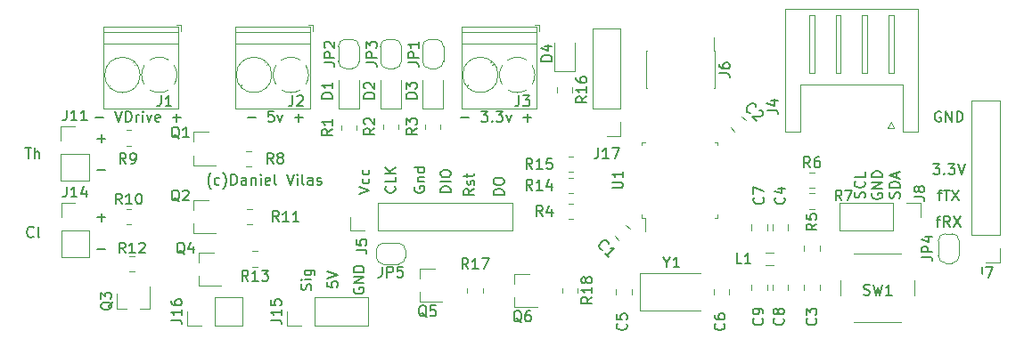
<source format=gbr>
G04 #@! TF.GenerationSoftware,KiCad,Pcbnew,5.1.10-88a1d61d58~90~ubuntu21.04.1*
G04 #@! TF.CreationDate,2021-09-07T14:48:18+02:00*
G04 #@! TF.ProjectId,DccDecoder,44636344-6563-46f6-9465-722e6b696361,rev?*
G04 #@! TF.SameCoordinates,Original*
G04 #@! TF.FileFunction,Legend,Top*
G04 #@! TF.FilePolarity,Positive*
%FSLAX46Y46*%
G04 Gerber Fmt 4.6, Leading zero omitted, Abs format (unit mm)*
G04 Created by KiCad (PCBNEW 5.1.10-88a1d61d58~90~ubuntu21.04.1) date 2021-09-07 14:48:18*
%MOMM*%
%LPD*%
G01*
G04 APERTURE LIST*
%ADD10C,0.150000*%
%ADD11C,0.120000*%
%ADD12R,0.900000X0.800000*%
%ADD13C,0.100000*%
%ADD14O,1.700000X1.700000*%
%ADD15R,1.700000X1.700000*%
%ADD16R,0.800000X0.900000*%
%ADD17C,4.700000*%
%ADD18R,2.000000X2.400000*%
%ADD19C,2.000000*%
%ADD20R,0.740000X2.400000*%
%ADD21R,2.400000X2.400000*%
%ADD22C,2.400000*%
%ADD23O,1.700000X1.950000*%
G04 APERTURE END LIST*
D10*
X61357142Y-55592976D02*
X61404761Y-55640595D01*
X61452380Y-55783452D01*
X61452380Y-55878690D01*
X61404761Y-56021547D01*
X61309523Y-56116785D01*
X61214285Y-56164404D01*
X61023809Y-56212023D01*
X60880952Y-56212023D01*
X60690476Y-56164404D01*
X60595238Y-56116785D01*
X60500000Y-56021547D01*
X60452380Y-55878690D01*
X60452380Y-55783452D01*
X60500000Y-55640595D01*
X60547619Y-55592976D01*
X61452380Y-54688214D02*
X61452380Y-55164404D01*
X60452380Y-55164404D01*
X61452380Y-54354880D02*
X60452380Y-54354880D01*
X61452380Y-53783452D02*
X60880952Y-54212023D01*
X60452380Y-53783452D02*
X61023809Y-54354880D01*
X71754761Y-56414404D02*
X70754761Y-56414404D01*
X70754761Y-56176309D01*
X70802381Y-56033452D01*
X70897619Y-55938214D01*
X70992857Y-55890595D01*
X71183333Y-55842976D01*
X71326190Y-55842976D01*
X71516666Y-55890595D01*
X71611904Y-55938214D01*
X71707142Y-56033452D01*
X71754761Y-56176309D01*
X71754761Y-56414404D01*
X70754761Y-55223928D02*
X70754761Y-55033452D01*
X70802381Y-54938214D01*
X70897619Y-54842976D01*
X71088095Y-54795357D01*
X71421428Y-54795357D01*
X71611904Y-54842976D01*
X71707142Y-54938214D01*
X71754761Y-55033452D01*
X71754761Y-55223928D01*
X71707142Y-55319166D01*
X71611904Y-55414404D01*
X71421428Y-55462023D01*
X71088095Y-55462023D01*
X70897619Y-55414404D01*
X70802381Y-55319166D01*
X70754761Y-55223928D01*
X68921428Y-55842976D02*
X68445238Y-56176309D01*
X68921428Y-56414404D02*
X67921428Y-56414404D01*
X67921428Y-56033452D01*
X67969048Y-55938214D01*
X68016667Y-55890595D01*
X68111905Y-55842976D01*
X68254762Y-55842976D01*
X68350000Y-55890595D01*
X68397619Y-55938214D01*
X68445238Y-56033452D01*
X68445238Y-56414404D01*
X68873809Y-55462023D02*
X68921428Y-55366785D01*
X68921428Y-55176309D01*
X68873809Y-55081071D01*
X68778571Y-55033452D01*
X68730952Y-55033452D01*
X68635714Y-55081071D01*
X68588095Y-55176309D01*
X68588095Y-55319166D01*
X68540476Y-55414404D01*
X68445238Y-55462023D01*
X68397619Y-55462023D01*
X68302381Y-55414404D01*
X68254762Y-55319166D01*
X68254762Y-55176309D01*
X68302381Y-55081071D01*
X68254762Y-54747738D02*
X68254762Y-54366785D01*
X67921428Y-54604880D02*
X68778571Y-54604880D01*
X68873809Y-54557261D01*
X68921428Y-54462023D01*
X68921428Y-54366785D01*
X66702380Y-56164404D02*
X65702380Y-56164404D01*
X65702380Y-55926309D01*
X65750000Y-55783452D01*
X65845238Y-55688214D01*
X65940476Y-55640595D01*
X66130952Y-55592976D01*
X66273809Y-55592976D01*
X66464285Y-55640595D01*
X66559523Y-55688214D01*
X66654761Y-55783452D01*
X66702380Y-55926309D01*
X66702380Y-56164404D01*
X66702380Y-55164404D02*
X65702380Y-55164404D01*
X65702380Y-54497738D02*
X65702380Y-54307261D01*
X65750000Y-54212023D01*
X65845238Y-54116785D01*
X66035714Y-54069166D01*
X66369047Y-54069166D01*
X66559523Y-54116785D01*
X66654761Y-54212023D01*
X66702380Y-54307261D01*
X66702380Y-54497738D01*
X66654761Y-54592976D01*
X66559523Y-54688214D01*
X66369047Y-54735833D01*
X66035714Y-54735833D01*
X65845238Y-54688214D01*
X65750000Y-54592976D01*
X65702380Y-54497738D01*
X63250000Y-55640595D02*
X63202380Y-55735833D01*
X63202380Y-55878690D01*
X63250000Y-56021547D01*
X63345238Y-56116785D01*
X63440476Y-56164404D01*
X63630952Y-56212023D01*
X63773809Y-56212023D01*
X63964285Y-56164404D01*
X64059523Y-56116785D01*
X64154761Y-56021547D01*
X64202380Y-55878690D01*
X64202380Y-55783452D01*
X64154761Y-55640595D01*
X64107142Y-55592976D01*
X63773809Y-55592976D01*
X63773809Y-55783452D01*
X63535714Y-55164404D02*
X64202380Y-55164404D01*
X63630952Y-55164404D02*
X63583333Y-55116785D01*
X63535714Y-55021547D01*
X63535714Y-54878690D01*
X63583333Y-54783452D01*
X63678571Y-54735833D01*
X64202380Y-54735833D01*
X64202380Y-53831071D02*
X63202380Y-53831071D01*
X64154761Y-53831071D02*
X64202380Y-53926309D01*
X64202380Y-54116785D01*
X64154761Y-54212023D01*
X64107142Y-54259642D01*
X64011904Y-54307261D01*
X63726190Y-54307261D01*
X63630952Y-54259642D01*
X63583333Y-54212023D01*
X63535714Y-54116785D01*
X63535714Y-53926309D01*
X63583333Y-53831071D01*
X57952380Y-56307261D02*
X58952380Y-55973928D01*
X57952380Y-55640595D01*
X58904761Y-54878690D02*
X58952380Y-54973928D01*
X58952380Y-55164404D01*
X58904761Y-55259642D01*
X58857142Y-55307261D01*
X58761904Y-55354880D01*
X58476190Y-55354880D01*
X58380952Y-55307261D01*
X58333333Y-55259642D01*
X58285714Y-55164404D01*
X58285714Y-54973928D01*
X58333333Y-54878690D01*
X58904761Y-54021547D02*
X58952380Y-54116785D01*
X58952380Y-54307261D01*
X58904761Y-54402500D01*
X58857142Y-54450119D01*
X58761904Y-54497738D01*
X58476190Y-54497738D01*
X58380952Y-54450119D01*
X58333333Y-54402500D01*
X58285714Y-54307261D01*
X58285714Y-54116785D01*
X58333333Y-54021547D01*
X53404761Y-65476190D02*
X53452380Y-65333333D01*
X53452380Y-65095238D01*
X53404761Y-65000000D01*
X53357142Y-64952380D01*
X53261904Y-64904761D01*
X53166666Y-64904761D01*
X53071428Y-64952380D01*
X53023809Y-65000000D01*
X52976190Y-65095238D01*
X52928571Y-65285714D01*
X52880952Y-65380952D01*
X52833333Y-65428571D01*
X52738095Y-65476190D01*
X52642857Y-65476190D01*
X52547619Y-65428571D01*
X52500000Y-65380952D01*
X52452380Y-65285714D01*
X52452380Y-65047619D01*
X52500000Y-64904761D01*
X53452380Y-64476190D02*
X52785714Y-64476190D01*
X52452380Y-64476190D02*
X52500000Y-64523809D01*
X52547619Y-64476190D01*
X52500000Y-64428571D01*
X52452380Y-64476190D01*
X52547619Y-64476190D01*
X52785714Y-63571428D02*
X53595238Y-63571428D01*
X53690476Y-63619047D01*
X53738095Y-63666666D01*
X53785714Y-63761904D01*
X53785714Y-63904761D01*
X53738095Y-64000000D01*
X53404761Y-63571428D02*
X53452380Y-63666666D01*
X53452380Y-63857142D01*
X53404761Y-63952380D01*
X53357142Y-64000000D01*
X53261904Y-64047619D01*
X52976190Y-64047619D01*
X52880952Y-64000000D01*
X52833333Y-63952380D01*
X52785714Y-63857142D01*
X52785714Y-63666666D01*
X52833333Y-63571428D01*
X54952380Y-64690476D02*
X54952380Y-65166666D01*
X55428571Y-65214285D01*
X55380952Y-65166666D01*
X55333333Y-65071428D01*
X55333333Y-64833333D01*
X55380952Y-64738095D01*
X55428571Y-64690476D01*
X55523809Y-64642857D01*
X55761904Y-64642857D01*
X55857142Y-64690476D01*
X55904761Y-64738095D01*
X55952380Y-64833333D01*
X55952380Y-65071428D01*
X55904761Y-65166666D01*
X55857142Y-65214285D01*
X54952380Y-64357142D02*
X55952380Y-64023809D01*
X54952380Y-63690476D01*
X57500000Y-65261904D02*
X57452380Y-65357142D01*
X57452380Y-65500000D01*
X57500000Y-65642857D01*
X57595238Y-65738095D01*
X57690476Y-65785714D01*
X57880952Y-65833333D01*
X58023809Y-65833333D01*
X58214285Y-65785714D01*
X58309523Y-65738095D01*
X58404761Y-65642857D01*
X58452380Y-65500000D01*
X58452380Y-65404761D01*
X58404761Y-65261904D01*
X58357142Y-65214285D01*
X58023809Y-65214285D01*
X58023809Y-65404761D01*
X58452380Y-64785714D02*
X57452380Y-64785714D01*
X58452380Y-64214285D01*
X57452380Y-64214285D01*
X58452380Y-63738095D02*
X57452380Y-63738095D01*
X57452380Y-63500000D01*
X57500000Y-63357142D01*
X57595238Y-63261904D01*
X57690476Y-63214285D01*
X57880952Y-63166666D01*
X58023809Y-63166666D01*
X58214285Y-63214285D01*
X58309523Y-63261904D01*
X58404761Y-63357142D01*
X58452380Y-63500000D01*
X58452380Y-63738095D01*
X33119047Y-61571428D02*
X33880952Y-61571428D01*
X33119047Y-54071428D02*
X33880952Y-54071428D01*
X33119047Y-58571428D02*
X33880952Y-58571428D01*
X33500000Y-58952380D02*
X33500000Y-58190476D01*
X33119047Y-51071428D02*
X33880952Y-51071428D01*
X33500000Y-51452380D02*
X33500000Y-50690476D01*
X27047619Y-60357142D02*
X27000000Y-60404761D01*
X26857142Y-60452380D01*
X26761904Y-60452380D01*
X26619047Y-60404761D01*
X26523809Y-60309523D01*
X26476190Y-60214285D01*
X26428571Y-60023809D01*
X26428571Y-59880952D01*
X26476190Y-59690476D01*
X26523809Y-59595238D01*
X26619047Y-59500000D01*
X26761904Y-59452380D01*
X26857142Y-59452380D01*
X27000000Y-59500000D01*
X27047619Y-59547619D01*
X27619047Y-60452380D02*
X27523809Y-60404761D01*
X27476190Y-60309523D01*
X27476190Y-59452380D01*
X26261904Y-51952380D02*
X26833333Y-51952380D01*
X26547619Y-52952380D02*
X26547619Y-51952380D01*
X27166666Y-52952380D02*
X27166666Y-51952380D01*
X27595238Y-52952380D02*
X27595238Y-52428571D01*
X27547619Y-52333333D01*
X27452380Y-52285714D01*
X27309523Y-52285714D01*
X27214285Y-52333333D01*
X27166666Y-52380952D01*
X106004761Y-56690476D02*
X106052380Y-56547619D01*
X106052380Y-56309523D01*
X106004761Y-56214285D01*
X105957142Y-56166666D01*
X105861904Y-56119047D01*
X105766666Y-56119047D01*
X105671428Y-56166666D01*
X105623809Y-56214285D01*
X105576190Y-56309523D01*
X105528571Y-56500000D01*
X105480952Y-56595238D01*
X105433333Y-56642857D01*
X105338095Y-56690476D01*
X105242857Y-56690476D01*
X105147619Y-56642857D01*
X105100000Y-56595238D01*
X105052380Y-56500000D01*
X105052380Y-56261904D01*
X105100000Y-56119047D01*
X105957142Y-55119047D02*
X106004761Y-55166666D01*
X106052380Y-55309523D01*
X106052380Y-55404761D01*
X106004761Y-55547619D01*
X105909523Y-55642857D01*
X105814285Y-55690476D01*
X105623809Y-55738095D01*
X105480952Y-55738095D01*
X105290476Y-55690476D01*
X105195238Y-55642857D01*
X105100000Y-55547619D01*
X105052380Y-55404761D01*
X105052380Y-55309523D01*
X105100000Y-55166666D01*
X105147619Y-55119047D01*
X106052380Y-54214285D02*
X106052380Y-54690476D01*
X105052380Y-54690476D01*
X106750000Y-56261904D02*
X106702380Y-56357142D01*
X106702380Y-56500000D01*
X106750000Y-56642857D01*
X106845238Y-56738095D01*
X106940476Y-56785714D01*
X107130952Y-56833333D01*
X107273809Y-56833333D01*
X107464285Y-56785714D01*
X107559523Y-56738095D01*
X107654761Y-56642857D01*
X107702380Y-56500000D01*
X107702380Y-56404761D01*
X107654761Y-56261904D01*
X107607142Y-56214285D01*
X107273809Y-56214285D01*
X107273809Y-56404761D01*
X107702380Y-55785714D02*
X106702380Y-55785714D01*
X107702380Y-55214285D01*
X106702380Y-55214285D01*
X107702380Y-54738095D02*
X106702380Y-54738095D01*
X106702380Y-54500000D01*
X106750000Y-54357142D01*
X106845238Y-54261904D01*
X106940476Y-54214285D01*
X107130952Y-54166666D01*
X107273809Y-54166666D01*
X107464285Y-54214285D01*
X107559523Y-54261904D01*
X107654761Y-54357142D01*
X107702380Y-54500000D01*
X107702380Y-54738095D01*
X109304761Y-56714285D02*
X109352380Y-56571428D01*
X109352380Y-56333333D01*
X109304761Y-56238095D01*
X109257142Y-56190476D01*
X109161904Y-56142857D01*
X109066666Y-56142857D01*
X108971428Y-56190476D01*
X108923809Y-56238095D01*
X108876190Y-56333333D01*
X108828571Y-56523809D01*
X108780952Y-56619047D01*
X108733333Y-56666666D01*
X108638095Y-56714285D01*
X108542857Y-56714285D01*
X108447619Y-56666666D01*
X108400000Y-56619047D01*
X108352380Y-56523809D01*
X108352380Y-56285714D01*
X108400000Y-56142857D01*
X109352380Y-55714285D02*
X108352380Y-55714285D01*
X108352380Y-55476190D01*
X108400000Y-55333333D01*
X108495238Y-55238095D01*
X108590476Y-55190476D01*
X108780952Y-55142857D01*
X108923809Y-55142857D01*
X109114285Y-55190476D01*
X109209523Y-55238095D01*
X109304761Y-55333333D01*
X109352380Y-55476190D01*
X109352380Y-55714285D01*
X109066666Y-54761904D02*
X109066666Y-54285714D01*
X109352380Y-54857142D02*
X108352380Y-54523809D01*
X109352380Y-54190476D01*
X112833333Y-58785714D02*
X113214285Y-58785714D01*
X112976190Y-59452380D02*
X112976190Y-58595238D01*
X113023809Y-58500000D01*
X113119047Y-58452380D01*
X113214285Y-58452380D01*
X114119047Y-59452380D02*
X113785714Y-58976190D01*
X113547619Y-59452380D02*
X113547619Y-58452380D01*
X113928571Y-58452380D01*
X114023809Y-58500000D01*
X114071428Y-58547619D01*
X114119047Y-58642857D01*
X114119047Y-58785714D01*
X114071428Y-58880952D01*
X114023809Y-58928571D01*
X113928571Y-58976190D01*
X113547619Y-58976190D01*
X114452380Y-58452380D02*
X115119047Y-59452380D01*
X115119047Y-58452380D02*
X114452380Y-59452380D01*
X112952380Y-56285714D02*
X113333333Y-56285714D01*
X113095238Y-56952380D02*
X113095238Y-56095238D01*
X113142857Y-56000000D01*
X113238095Y-55952380D01*
X113333333Y-55952380D01*
X113523809Y-55952380D02*
X114095238Y-55952380D01*
X113809523Y-56952380D02*
X113809523Y-55952380D01*
X114333333Y-55952380D02*
X115000000Y-56952380D01*
X115000000Y-55952380D02*
X114333333Y-56952380D01*
X112523809Y-53452380D02*
X113142857Y-53452380D01*
X112809523Y-53833333D01*
X112952380Y-53833333D01*
X113047619Y-53880952D01*
X113095238Y-53928571D01*
X113142857Y-54023809D01*
X113142857Y-54261904D01*
X113095238Y-54357142D01*
X113047619Y-54404761D01*
X112952380Y-54452380D01*
X112666666Y-54452380D01*
X112571428Y-54404761D01*
X112523809Y-54357142D01*
X113571428Y-54357142D02*
X113619047Y-54404761D01*
X113571428Y-54452380D01*
X113523809Y-54404761D01*
X113571428Y-54357142D01*
X113571428Y-54452380D01*
X113952380Y-53452380D02*
X114571428Y-53452380D01*
X114238095Y-53833333D01*
X114380952Y-53833333D01*
X114476190Y-53880952D01*
X114523809Y-53928571D01*
X114571428Y-54023809D01*
X114571428Y-54261904D01*
X114523809Y-54357142D01*
X114476190Y-54404761D01*
X114380952Y-54452380D01*
X114095238Y-54452380D01*
X114000000Y-54404761D01*
X113952380Y-54357142D01*
X114857142Y-53452380D02*
X115190476Y-54452380D01*
X115523809Y-53452380D01*
X113238095Y-48500000D02*
X113142857Y-48452380D01*
X113000000Y-48452380D01*
X112857142Y-48500000D01*
X112761904Y-48595238D01*
X112714285Y-48690476D01*
X112666666Y-48880952D01*
X112666666Y-49023809D01*
X112714285Y-49214285D01*
X112761904Y-49309523D01*
X112857142Y-49404761D01*
X113000000Y-49452380D01*
X113095238Y-49452380D01*
X113238095Y-49404761D01*
X113285714Y-49357142D01*
X113285714Y-49023809D01*
X113095238Y-49023809D01*
X113714285Y-49452380D02*
X113714285Y-48452380D01*
X114285714Y-49452380D01*
X114285714Y-48452380D01*
X114761904Y-49452380D02*
X114761904Y-48452380D01*
X115000000Y-48452380D01*
X115142857Y-48500000D01*
X115238095Y-48595238D01*
X115285714Y-48690476D01*
X115333333Y-48880952D01*
X115333333Y-49023809D01*
X115285714Y-49214285D01*
X115238095Y-49309523D01*
X115142857Y-49404761D01*
X115000000Y-49452380D01*
X114761904Y-49452380D01*
X67666666Y-49071428D02*
X68428571Y-49071428D01*
X69571428Y-48452380D02*
X70190476Y-48452380D01*
X69857142Y-48833333D01*
X70000000Y-48833333D01*
X70095238Y-48880952D01*
X70142857Y-48928571D01*
X70190476Y-49023809D01*
X70190476Y-49261904D01*
X70142857Y-49357142D01*
X70095238Y-49404761D01*
X70000000Y-49452380D01*
X69714285Y-49452380D01*
X69619047Y-49404761D01*
X69571428Y-49357142D01*
X70619047Y-49357142D02*
X70666666Y-49404761D01*
X70619047Y-49452380D01*
X70571428Y-49404761D01*
X70619047Y-49357142D01*
X70619047Y-49452380D01*
X71000000Y-48452380D02*
X71619047Y-48452380D01*
X71285714Y-48833333D01*
X71428571Y-48833333D01*
X71523809Y-48880952D01*
X71571428Y-48928571D01*
X71619047Y-49023809D01*
X71619047Y-49261904D01*
X71571428Y-49357142D01*
X71523809Y-49404761D01*
X71428571Y-49452380D01*
X71142857Y-49452380D01*
X71047619Y-49404761D01*
X71000000Y-49357142D01*
X71952380Y-48785714D02*
X72190476Y-49452380D01*
X72428571Y-48785714D01*
X73571428Y-49071428D02*
X74333333Y-49071428D01*
X73952380Y-49452380D02*
X73952380Y-48690476D01*
X43928571Y-55833333D02*
X43880952Y-55785714D01*
X43785714Y-55642857D01*
X43738095Y-55547619D01*
X43690476Y-55404761D01*
X43642857Y-55166666D01*
X43642857Y-54976190D01*
X43690476Y-54738095D01*
X43738095Y-54595238D01*
X43785714Y-54500000D01*
X43880952Y-54357142D01*
X43928571Y-54309523D01*
X44738095Y-55404761D02*
X44642857Y-55452380D01*
X44452380Y-55452380D01*
X44357142Y-55404761D01*
X44309523Y-55357142D01*
X44261904Y-55261904D01*
X44261904Y-54976190D01*
X44309523Y-54880952D01*
X44357142Y-54833333D01*
X44452380Y-54785714D01*
X44642857Y-54785714D01*
X44738095Y-54833333D01*
X45071428Y-55833333D02*
X45119047Y-55785714D01*
X45214285Y-55642857D01*
X45261904Y-55547619D01*
X45309523Y-55404761D01*
X45357142Y-55166666D01*
X45357142Y-54976190D01*
X45309523Y-54738095D01*
X45261904Y-54595238D01*
X45214285Y-54500000D01*
X45119047Y-54357142D01*
X45071428Y-54309523D01*
X45833333Y-55452380D02*
X45833333Y-54452380D01*
X46071428Y-54452380D01*
X46214285Y-54500000D01*
X46309523Y-54595238D01*
X46357142Y-54690476D01*
X46404761Y-54880952D01*
X46404761Y-55023809D01*
X46357142Y-55214285D01*
X46309523Y-55309523D01*
X46214285Y-55404761D01*
X46071428Y-55452380D01*
X45833333Y-55452380D01*
X47261904Y-55452380D02*
X47261904Y-54928571D01*
X47214285Y-54833333D01*
X47119047Y-54785714D01*
X46928571Y-54785714D01*
X46833333Y-54833333D01*
X47261904Y-55404761D02*
X47166666Y-55452380D01*
X46928571Y-55452380D01*
X46833333Y-55404761D01*
X46785714Y-55309523D01*
X46785714Y-55214285D01*
X46833333Y-55119047D01*
X46928571Y-55071428D01*
X47166666Y-55071428D01*
X47261904Y-55023809D01*
X47738095Y-54785714D02*
X47738095Y-55452380D01*
X47738095Y-54880952D02*
X47785714Y-54833333D01*
X47880952Y-54785714D01*
X48023809Y-54785714D01*
X48119047Y-54833333D01*
X48166666Y-54928571D01*
X48166666Y-55452380D01*
X48642857Y-55452380D02*
X48642857Y-54785714D01*
X48642857Y-54452380D02*
X48595238Y-54500000D01*
X48642857Y-54547619D01*
X48690476Y-54500000D01*
X48642857Y-54452380D01*
X48642857Y-54547619D01*
X49500000Y-55404761D02*
X49404761Y-55452380D01*
X49214285Y-55452380D01*
X49119047Y-55404761D01*
X49071428Y-55309523D01*
X49071428Y-54928571D01*
X49119047Y-54833333D01*
X49214285Y-54785714D01*
X49404761Y-54785714D01*
X49500000Y-54833333D01*
X49547619Y-54928571D01*
X49547619Y-55023809D01*
X49071428Y-55119047D01*
X50119047Y-55452380D02*
X50023809Y-55404761D01*
X49976190Y-55309523D01*
X49976190Y-54452380D01*
X51119047Y-54452380D02*
X51452380Y-55452380D01*
X51785714Y-54452380D01*
X52119047Y-55452380D02*
X52119047Y-54785714D01*
X52119047Y-54452380D02*
X52071428Y-54500000D01*
X52119047Y-54547619D01*
X52166666Y-54500000D01*
X52119047Y-54452380D01*
X52119047Y-54547619D01*
X52738095Y-55452380D02*
X52642857Y-55404761D01*
X52595238Y-55309523D01*
X52595238Y-54452380D01*
X53547619Y-55452380D02*
X53547619Y-54928571D01*
X53500000Y-54833333D01*
X53404761Y-54785714D01*
X53214285Y-54785714D01*
X53119047Y-54833333D01*
X53547619Y-55404761D02*
X53452380Y-55452380D01*
X53214285Y-55452380D01*
X53119047Y-55404761D01*
X53071428Y-55309523D01*
X53071428Y-55214285D01*
X53119047Y-55119047D01*
X53214285Y-55071428D01*
X53452380Y-55071428D01*
X53547619Y-55023809D01*
X53976190Y-55404761D02*
X54071428Y-55452380D01*
X54261904Y-55452380D01*
X54357142Y-55404761D01*
X54404761Y-55309523D01*
X54404761Y-55261904D01*
X54357142Y-55166666D01*
X54261904Y-55119047D01*
X54119047Y-55119047D01*
X54023809Y-55071428D01*
X53976190Y-54976190D01*
X53976190Y-54928571D01*
X54023809Y-54833333D01*
X54119047Y-54785714D01*
X54261904Y-54785714D01*
X54357142Y-54833333D01*
X47380952Y-49071428D02*
X48142857Y-49071428D01*
X49857142Y-48452380D02*
X49380952Y-48452380D01*
X49333333Y-48928571D01*
X49380952Y-48880952D01*
X49476190Y-48833333D01*
X49714285Y-48833333D01*
X49809523Y-48880952D01*
X49857142Y-48928571D01*
X49904761Y-49023809D01*
X49904761Y-49261904D01*
X49857142Y-49357142D01*
X49809523Y-49404761D01*
X49714285Y-49452380D01*
X49476190Y-49452380D01*
X49380952Y-49404761D01*
X49333333Y-49357142D01*
X50238095Y-48785714D02*
X50476190Y-49452380D01*
X50714285Y-48785714D01*
X51857142Y-49071428D02*
X52619047Y-49071428D01*
X52238095Y-49452380D02*
X52238095Y-48690476D01*
X32952380Y-49071428D02*
X33714285Y-49071428D01*
X34809523Y-48452380D02*
X35142857Y-49452380D01*
X35476190Y-48452380D01*
X35809523Y-49452380D02*
X35809523Y-48452380D01*
X36047619Y-48452380D01*
X36190476Y-48500000D01*
X36285714Y-48595238D01*
X36333333Y-48690476D01*
X36380952Y-48880952D01*
X36380952Y-49023809D01*
X36333333Y-49214285D01*
X36285714Y-49309523D01*
X36190476Y-49404761D01*
X36047619Y-49452380D01*
X35809523Y-49452380D01*
X36809523Y-49452380D02*
X36809523Y-48785714D01*
X36809523Y-48976190D02*
X36857142Y-48880952D01*
X36904761Y-48833333D01*
X37000000Y-48785714D01*
X37095238Y-48785714D01*
X37428571Y-49452380D02*
X37428571Y-48785714D01*
X37428571Y-48452380D02*
X37380952Y-48500000D01*
X37428571Y-48547619D01*
X37476190Y-48500000D01*
X37428571Y-48452380D01*
X37428571Y-48547619D01*
X37809523Y-48785714D02*
X38047619Y-49452380D01*
X38285714Y-48785714D01*
X39047619Y-49404761D02*
X38952380Y-49452380D01*
X38761904Y-49452380D01*
X38666666Y-49404761D01*
X38619047Y-49309523D01*
X38619047Y-48928571D01*
X38666666Y-48833333D01*
X38761904Y-48785714D01*
X38952380Y-48785714D01*
X39047619Y-48833333D01*
X39095238Y-48928571D01*
X39095238Y-49023809D01*
X38619047Y-49119047D01*
X40285714Y-49071428D02*
X41047619Y-49071428D01*
X40666666Y-49452380D02*
X40666666Y-48690476D01*
D11*
X47727064Y-52265000D02*
X47272936Y-52265000D01*
X47727064Y-53735000D02*
X47272936Y-53735000D01*
X65960000Y-48185000D02*
X65960000Y-45500000D01*
X64040000Y-48185000D02*
X65960000Y-48185000D01*
X64040000Y-45500000D02*
X64040000Y-48185000D01*
X77265000Y-65272936D02*
X77265000Y-65727064D01*
X78735000Y-65272936D02*
X78735000Y-65727064D01*
X69735000Y-65727064D02*
X69735000Y-65272936D01*
X68265000Y-65727064D02*
X68265000Y-65272936D01*
X76765000Y-46185436D02*
X76765000Y-46639564D01*
X78235000Y-46185436D02*
X78235000Y-46639564D01*
X77860436Y-54235000D02*
X78314564Y-54235000D01*
X77860436Y-52765000D02*
X78314564Y-52765000D01*
X77860436Y-56235000D02*
X78314564Y-56235000D01*
X77860436Y-54765000D02*
X78314564Y-54765000D01*
X48314564Y-61765000D02*
X47860436Y-61765000D01*
X48314564Y-63235000D02*
X47860436Y-63235000D01*
X36639564Y-62265000D02*
X36185436Y-62265000D01*
X36639564Y-63735000D02*
X36185436Y-63735000D01*
X47814564Y-57765000D02*
X47360436Y-57765000D01*
X47814564Y-59235000D02*
X47360436Y-59235000D01*
X35860436Y-59235000D02*
X36314564Y-59235000D01*
X35860436Y-57765000D02*
X36314564Y-57765000D01*
X35860436Y-51735000D02*
X36314564Y-51735000D01*
X35860436Y-50265000D02*
X36314564Y-50265000D01*
X100772936Y-57735000D02*
X101227064Y-57735000D01*
X100772936Y-56265000D02*
X101227064Y-56265000D01*
X100772936Y-54265000D02*
X101227064Y-54265000D01*
X100772936Y-55735000D02*
X101227064Y-55735000D01*
X100265000Y-61272936D02*
X100265000Y-61727064D01*
X101735000Y-61272936D02*
X101735000Y-61727064D01*
X78314564Y-57265000D02*
X77860436Y-57265000D01*
X78314564Y-58735000D02*
X77860436Y-58735000D01*
X64265000Y-49685436D02*
X64265000Y-50139564D01*
X65735000Y-49685436D02*
X65735000Y-50139564D01*
X60265000Y-49685436D02*
X60265000Y-50139564D01*
X61735000Y-49685436D02*
X61735000Y-50139564D01*
X56265000Y-49772936D02*
X56265000Y-50227064D01*
X57735000Y-49772936D02*
X57735000Y-50227064D01*
X96600378Y-63060000D02*
X97399622Y-63060000D01*
X96600378Y-61940000D02*
X97399622Y-61940000D01*
X78460000Y-44622500D02*
X78460000Y-41937500D01*
X76540000Y-44622500D02*
X78460000Y-44622500D01*
X76540000Y-41937500D02*
X76540000Y-44622500D01*
X61960000Y-48185000D02*
X61960000Y-45500000D01*
X60040000Y-48185000D02*
X61960000Y-48185000D01*
X60040000Y-45500000D02*
X60040000Y-48185000D01*
X57960000Y-48185000D02*
X57960000Y-45500000D01*
X56040000Y-48185000D02*
X57960000Y-48185000D01*
X56040000Y-45500000D02*
X56040000Y-48185000D01*
X95265000Y-64938748D02*
X95265000Y-65461252D01*
X96735000Y-64938748D02*
X96735000Y-65461252D01*
X97265000Y-64938748D02*
X97265000Y-65461252D01*
X98735000Y-64938748D02*
X98735000Y-65461252D01*
X96735000Y-59761252D02*
X96735000Y-59238748D01*
X95265000Y-59761252D02*
X95265000Y-59238748D01*
X93127000Y-65917252D02*
X93127000Y-65394748D01*
X91657000Y-65917252D02*
X91657000Y-65394748D01*
X83856000Y-65917252D02*
X83856000Y-65394748D01*
X82386000Y-65917252D02*
X82386000Y-65394748D01*
X98735000Y-59761252D02*
X98735000Y-59238748D01*
X97265000Y-59761252D02*
X97265000Y-59238748D01*
X100265000Y-64938748D02*
X100265000Y-65461252D01*
X101735000Y-64938748D02*
X101735000Y-65461252D01*
X94704457Y-49327010D02*
X94334990Y-48957543D01*
X93665010Y-50366457D02*
X93295543Y-49996990D01*
X82295543Y-60334990D02*
X82665010Y-60704457D01*
X83334990Y-59295543D02*
X83704457Y-59665010D01*
X85145000Y-58606000D02*
X85145000Y-59921000D01*
X84845000Y-58606000D02*
X85145000Y-58606000D01*
X84845000Y-58306000D02*
X84845000Y-58606000D01*
X84845000Y-51386000D02*
X85145000Y-51386000D01*
X84845000Y-51686000D02*
X84845000Y-51386000D01*
X92065000Y-58606000D02*
X91765000Y-58606000D01*
X92065000Y-58306000D02*
X92065000Y-58606000D01*
X92065000Y-51386000D02*
X91765000Y-51386000D01*
X92065000Y-51686000D02*
X92065000Y-51386000D01*
X72740000Y-63920000D02*
X72740000Y-64850000D01*
X72740000Y-67080000D02*
X72740000Y-66150000D01*
X72740000Y-67080000D02*
X74900000Y-67080000D01*
X72740000Y-63920000D02*
X74200000Y-63920000D01*
X63740000Y-63420000D02*
X63740000Y-64350000D01*
X63740000Y-66580000D02*
X63740000Y-65650000D01*
X63740000Y-66580000D02*
X65900000Y-66580000D01*
X63740000Y-63420000D02*
X65200000Y-63420000D01*
X62400000Y-61700000D02*
X62400000Y-62300000D01*
X60300000Y-61000000D02*
X61700000Y-61000000D01*
X59600000Y-62300000D02*
X59600000Y-61700000D01*
X61700000Y-63000000D02*
X60300000Y-63000000D01*
X62400000Y-62300000D02*
G75*
G02*
X61700000Y-63000000I-700000J0D01*
G01*
X61700000Y-61000000D02*
G75*
G02*
X62400000Y-61700000I0J-700000D01*
G01*
X59600000Y-61700000D02*
G75*
G02*
X60300000Y-61000000I700000J0D01*
G01*
X60300000Y-63000000D02*
G75*
G02*
X59600000Y-62300000I0J700000D01*
G01*
X82830000Y-40550000D02*
X80170000Y-40550000D01*
X82830000Y-48230000D02*
X82830000Y-40550000D01*
X80170000Y-48230000D02*
X80170000Y-40550000D01*
X82830000Y-48230000D02*
X80170000Y-48230000D01*
X82830000Y-49500000D02*
X82830000Y-50830000D01*
X82830000Y-50830000D02*
X81500000Y-50830000D01*
X34920000Y-67260000D02*
X35850000Y-67260000D01*
X38080000Y-67260000D02*
X37150000Y-67260000D01*
X38080000Y-67260000D02*
X38080000Y-65100000D01*
X34920000Y-67260000D02*
X34920000Y-65800000D01*
X42740000Y-61920000D02*
X42740000Y-62850000D01*
X42740000Y-65080000D02*
X42740000Y-64150000D01*
X42740000Y-65080000D02*
X44900000Y-65080000D01*
X42740000Y-61920000D02*
X44200000Y-61920000D01*
X46870000Y-68830000D02*
X46870000Y-66170000D01*
X44270000Y-68830000D02*
X46870000Y-68830000D01*
X44270000Y-66170000D02*
X46870000Y-66170000D01*
X44270000Y-68830000D02*
X44270000Y-66170000D01*
X43000000Y-68830000D02*
X41670000Y-68830000D01*
X41670000Y-68830000D02*
X41670000Y-67500000D01*
X58870000Y-68830000D02*
X58870000Y-66170000D01*
X53730000Y-68830000D02*
X58870000Y-68830000D01*
X53730000Y-66170000D02*
X58870000Y-66170000D01*
X53730000Y-68830000D02*
X53730000Y-66170000D01*
X52460000Y-68830000D02*
X51130000Y-68830000D01*
X51130000Y-68830000D02*
X51130000Y-67500000D01*
X42240000Y-56920000D02*
X42240000Y-57850000D01*
X42240000Y-60080000D02*
X42240000Y-59150000D01*
X42240000Y-60080000D02*
X44400000Y-60080000D01*
X42240000Y-56920000D02*
X43700000Y-56920000D01*
X29670000Y-62370000D02*
X32330000Y-62370000D01*
X29670000Y-59770000D02*
X29670000Y-62370000D01*
X32330000Y-59770000D02*
X32330000Y-62370000D01*
X29670000Y-59770000D02*
X32330000Y-59770000D01*
X29670000Y-58500000D02*
X29670000Y-57170000D01*
X29670000Y-57170000D02*
X31000000Y-57170000D01*
X29665000Y-55085000D02*
X32325000Y-55085000D01*
X29665000Y-52485000D02*
X29665000Y-55085000D01*
X32325000Y-52485000D02*
X32325000Y-55085000D01*
X29665000Y-52485000D02*
X32325000Y-52485000D01*
X29665000Y-51215000D02*
X29665000Y-49885000D01*
X29665000Y-49885000D02*
X30995000Y-49885000D01*
X42240000Y-50420000D02*
X42240000Y-51350000D01*
X42240000Y-53580000D02*
X42240000Y-52650000D01*
X42240000Y-53580000D02*
X44400000Y-53580000D01*
X42240000Y-50420000D02*
X43700000Y-50420000D01*
X111330000Y-57170000D02*
X111330000Y-58500000D01*
X110000000Y-57170000D02*
X111330000Y-57170000D01*
X108730000Y-57170000D02*
X108730000Y-59830000D01*
X108730000Y-59830000D02*
X103590000Y-59830000D01*
X108730000Y-57170000D02*
X103590000Y-57170000D01*
X103590000Y-57170000D02*
X103590000Y-59830000D01*
X113700000Y-60100000D02*
X114300000Y-60100000D01*
X113000000Y-62200000D02*
X113000000Y-60800000D01*
X114300000Y-62900000D02*
X113700000Y-62900000D01*
X115000000Y-60800000D02*
X115000000Y-62200000D01*
X114300000Y-60100000D02*
G75*
G02*
X115000000Y-60800000I0J-700000D01*
G01*
X113000000Y-60800000D02*
G75*
G02*
X113700000Y-60100000I700000J0D01*
G01*
X113700000Y-62900000D02*
G75*
G02*
X113000000Y-62200000I0J700000D01*
G01*
X115000000Y-62200000D02*
G75*
G02*
X114300000Y-62900000I-700000J0D01*
G01*
X118830000Y-47470000D02*
X116170000Y-47470000D01*
X118830000Y-60230000D02*
X118830000Y-47470000D01*
X116170000Y-60230000D02*
X116170000Y-47470000D01*
X118830000Y-60230000D02*
X116170000Y-60230000D01*
X118830000Y-61500000D02*
X118830000Y-62830000D01*
X118830000Y-62830000D02*
X117500000Y-62830000D01*
X72530000Y-59830000D02*
X72530000Y-57170000D01*
X59770000Y-59830000D02*
X72530000Y-59830000D01*
X59770000Y-57170000D02*
X72530000Y-57170000D01*
X59770000Y-59830000D02*
X59770000Y-57170000D01*
X58500000Y-59830000D02*
X57170000Y-59830000D01*
X57170000Y-59830000D02*
X57170000Y-58500000D01*
X90393000Y-63856000D02*
X84643000Y-63856000D01*
X84643000Y-63856000D02*
X84643000Y-67456000D01*
X84643000Y-67456000D02*
X90393000Y-67456000D01*
X105000000Y-68500000D02*
X109500000Y-68500000D01*
X103750000Y-64500000D02*
X103750000Y-66000000D01*
X109500000Y-62000000D02*
X105000000Y-62000000D01*
X110750000Y-66000000D02*
X110750000Y-64500000D01*
X85330000Y-46265000D02*
X85265000Y-46265000D01*
X85330000Y-42735000D02*
X85265000Y-42735000D01*
X91735000Y-46265000D02*
X91670000Y-46265000D01*
X91735000Y-42735000D02*
X91670000Y-42735000D01*
X91670000Y-41410000D02*
X91670000Y-42735000D01*
X85265000Y-42735000D02*
X85265000Y-46265000D01*
X91735000Y-42735000D02*
X91735000Y-46265000D01*
X41050000Y-40200000D02*
X40650000Y-40200000D01*
X41050000Y-40840000D02*
X41050000Y-40200000D01*
X36645000Y-44059000D02*
X36774000Y-43931000D01*
X34430000Y-46275000D02*
X34524000Y-46181000D01*
X36475000Y-43819000D02*
X36569000Y-43726000D01*
X34225000Y-46069000D02*
X34354000Y-45941000D01*
X33690000Y-48160000D02*
X33690000Y-40440000D01*
X40810000Y-48160000D02*
X40810000Y-40440000D01*
X40810000Y-40440000D02*
X33690000Y-40440000D01*
X40810000Y-48160000D02*
X33690000Y-48160000D01*
X40810000Y-42000000D02*
X33690000Y-42000000D01*
X40810000Y-40900000D02*
X33690000Y-40900000D01*
X37180000Y-45000000D02*
G75*
G03*
X37180000Y-45000000I-1680000J0D01*
G01*
X38109736Y-43575279D02*
G75*
G02*
X39000000Y-43320000I890264J-1424721D01*
G01*
X37574495Y-45890193D02*
G75*
G02*
X37575000Y-44109000I1425505J890193D01*
G01*
X39889894Y-46425358D02*
G75*
G02*
X38134000Y-46440000I-889894J1425358D01*
G01*
X40425358Y-44110106D02*
G75*
G02*
X40440000Y-45866000I-1425358J-889894D01*
G01*
X38971326Y-43319901D02*
G75*
G02*
X39866000Y-43560000I28674J-1680099D01*
G01*
X75050000Y-40200000D02*
X74650000Y-40200000D01*
X75050000Y-40840000D02*
X75050000Y-40200000D01*
X70645000Y-44059000D02*
X70774000Y-43931000D01*
X68430000Y-46275000D02*
X68524000Y-46181000D01*
X70475000Y-43819000D02*
X70569000Y-43726000D01*
X68225000Y-46069000D02*
X68354000Y-45941000D01*
X67690000Y-48160000D02*
X67690000Y-40440000D01*
X74810000Y-48160000D02*
X74810000Y-40440000D01*
X74810000Y-40440000D02*
X67690000Y-40440000D01*
X74810000Y-48160000D02*
X67690000Y-48160000D01*
X74810000Y-42000000D02*
X67690000Y-42000000D01*
X74810000Y-40900000D02*
X67690000Y-40900000D01*
X71180000Y-45000000D02*
G75*
G03*
X71180000Y-45000000I-1680000J0D01*
G01*
X72109736Y-43575279D02*
G75*
G02*
X73000000Y-43320000I890264J-1424721D01*
G01*
X71574495Y-45890193D02*
G75*
G02*
X71575000Y-44109000I1425505J890193D01*
G01*
X73889894Y-46425358D02*
G75*
G02*
X72134000Y-46440000I-889894J1425358D01*
G01*
X74425358Y-44110106D02*
G75*
G02*
X74440000Y-45866000I-1425358J-889894D01*
G01*
X72971326Y-43319901D02*
G75*
G02*
X73866000Y-43560000I28674J-1680099D01*
G01*
X53550000Y-40200000D02*
X53150000Y-40200000D01*
X53550000Y-40840000D02*
X53550000Y-40200000D01*
X49145000Y-44059000D02*
X49274000Y-43931000D01*
X46930000Y-46275000D02*
X47024000Y-46181000D01*
X48975000Y-43819000D02*
X49069000Y-43726000D01*
X46725000Y-46069000D02*
X46854000Y-45941000D01*
X46190000Y-48160000D02*
X46190000Y-40440000D01*
X53310000Y-48160000D02*
X53310000Y-40440000D01*
X53310000Y-40440000D02*
X46190000Y-40440000D01*
X53310000Y-48160000D02*
X46190000Y-48160000D01*
X53310000Y-42000000D02*
X46190000Y-42000000D01*
X53310000Y-40900000D02*
X46190000Y-40900000D01*
X49680000Y-45000000D02*
G75*
G03*
X49680000Y-45000000I-1680000J0D01*
G01*
X50609736Y-43575279D02*
G75*
G02*
X51500000Y-43320000I890264J-1424721D01*
G01*
X50074495Y-45890193D02*
G75*
G02*
X50075000Y-44109000I1425505J890193D01*
G01*
X52389894Y-46425358D02*
G75*
G02*
X50634000Y-46440000I-889894J1425358D01*
G01*
X52925358Y-44110106D02*
G75*
G02*
X52940000Y-45866000I-1425358J-889894D01*
G01*
X51471326Y-43319901D02*
G75*
G02*
X52366000Y-43560000I28674J-1680099D01*
G01*
X108200000Y-50100000D02*
X108500000Y-49500000D01*
X108800000Y-50100000D02*
X108200000Y-50100000D01*
X108500000Y-49500000D02*
X108800000Y-50100000D01*
X100750000Y-44800000D02*
X101250000Y-44800000D01*
X100750000Y-39300000D02*
X100750000Y-44800000D01*
X101250000Y-39300000D02*
X100750000Y-39300000D01*
X101250000Y-44800000D02*
X101250000Y-39300000D01*
X103250000Y-44800000D02*
X103750000Y-44800000D01*
X103250000Y-39300000D02*
X103250000Y-44800000D01*
X103750000Y-39300000D02*
X103250000Y-39300000D01*
X103750000Y-44800000D02*
X103750000Y-39300000D01*
X105750000Y-44800000D02*
X106250000Y-44800000D01*
X105750000Y-39300000D02*
X105750000Y-44800000D01*
X106250000Y-39300000D02*
X105750000Y-39300000D01*
X106250000Y-44800000D02*
X106250000Y-39300000D01*
X108250000Y-44800000D02*
X108750000Y-44800000D01*
X108250000Y-39300000D02*
X108250000Y-44800000D01*
X108750000Y-39300000D02*
X108250000Y-39300000D01*
X108750000Y-44800000D02*
X108750000Y-39300000D01*
X99860000Y-45910000D02*
X104750000Y-45910000D01*
X99860000Y-50410000D02*
X99860000Y-45910000D01*
X98440000Y-50410000D02*
X99860000Y-50410000D01*
X98440000Y-38690000D02*
X98440000Y-50410000D01*
X104750000Y-38690000D02*
X98440000Y-38690000D01*
X109640000Y-45910000D02*
X104750000Y-45910000D01*
X109640000Y-50410000D02*
X109640000Y-45910000D01*
X111060000Y-50410000D02*
X109640000Y-50410000D01*
X111060000Y-38690000D02*
X111060000Y-50410000D01*
X104750000Y-38690000D02*
X111060000Y-38690000D01*
X61300000Y-44400000D02*
X60700000Y-44400000D01*
X62000000Y-42300000D02*
X62000000Y-43700000D01*
X60700000Y-41600000D02*
X61300000Y-41600000D01*
X60000000Y-43700000D02*
X60000000Y-42300000D01*
X60000000Y-42300000D02*
G75*
G02*
X60700000Y-41600000I700000J0D01*
G01*
X61300000Y-41600000D02*
G75*
G02*
X62000000Y-42300000I0J-700000D01*
G01*
X62000000Y-43700000D02*
G75*
G02*
X61300000Y-44400000I-700000J0D01*
G01*
X60700000Y-44400000D02*
G75*
G02*
X60000000Y-43700000I0J700000D01*
G01*
X57300000Y-44400000D02*
X56700000Y-44400000D01*
X58000000Y-42300000D02*
X58000000Y-43700000D01*
X56700000Y-41600000D02*
X57300000Y-41600000D01*
X56000000Y-43700000D02*
X56000000Y-42300000D01*
X56000000Y-42300000D02*
G75*
G02*
X56700000Y-41600000I700000J0D01*
G01*
X57300000Y-41600000D02*
G75*
G02*
X58000000Y-42300000I0J-700000D01*
G01*
X58000000Y-43700000D02*
G75*
G02*
X57300000Y-44400000I-700000J0D01*
G01*
X56700000Y-44400000D02*
G75*
G02*
X56000000Y-43700000I0J700000D01*
G01*
X65300000Y-44400000D02*
X64700000Y-44400000D01*
X66000000Y-42300000D02*
X66000000Y-43700000D01*
X64700000Y-41600000D02*
X65300000Y-41600000D01*
X64000000Y-43700000D02*
X64000000Y-42300000D01*
X64000000Y-42300000D02*
G75*
G02*
X64700000Y-41600000I700000J0D01*
G01*
X65300000Y-41600000D02*
G75*
G02*
X66000000Y-42300000I0J-700000D01*
G01*
X66000000Y-43700000D02*
G75*
G02*
X65300000Y-44400000I-700000J0D01*
G01*
X64700000Y-44400000D02*
G75*
G02*
X64000000Y-43700000I0J700000D01*
G01*
D10*
X49833333Y-53452380D02*
X49500000Y-52976190D01*
X49261904Y-53452380D02*
X49261904Y-52452380D01*
X49642857Y-52452380D01*
X49738095Y-52500000D01*
X49785714Y-52547619D01*
X49833333Y-52642857D01*
X49833333Y-52785714D01*
X49785714Y-52880952D01*
X49738095Y-52928571D01*
X49642857Y-52976190D01*
X49261904Y-52976190D01*
X50404761Y-52880952D02*
X50309523Y-52833333D01*
X50261904Y-52785714D01*
X50214285Y-52690476D01*
X50214285Y-52642857D01*
X50261904Y-52547619D01*
X50309523Y-52500000D01*
X50404761Y-52452380D01*
X50595238Y-52452380D01*
X50690476Y-52500000D01*
X50738095Y-52547619D01*
X50785714Y-52642857D01*
X50785714Y-52690476D01*
X50738095Y-52785714D01*
X50690476Y-52833333D01*
X50595238Y-52880952D01*
X50404761Y-52880952D01*
X50309523Y-52928571D01*
X50261904Y-52976190D01*
X50214285Y-53071428D01*
X50214285Y-53261904D01*
X50261904Y-53357142D01*
X50309523Y-53404761D01*
X50404761Y-53452380D01*
X50595238Y-53452380D01*
X50690476Y-53404761D01*
X50738095Y-53357142D01*
X50785714Y-53261904D01*
X50785714Y-53071428D01*
X50738095Y-52976190D01*
X50690476Y-52928571D01*
X50595238Y-52880952D01*
X63452380Y-47238095D02*
X62452380Y-47238095D01*
X62452380Y-47000000D01*
X62500000Y-46857142D01*
X62595238Y-46761904D01*
X62690476Y-46714285D01*
X62880952Y-46666666D01*
X63023809Y-46666666D01*
X63214285Y-46714285D01*
X63309523Y-46761904D01*
X63404761Y-46857142D01*
X63452380Y-47000000D01*
X63452380Y-47238095D01*
X62452380Y-46333333D02*
X62452380Y-45714285D01*
X62833333Y-46047619D01*
X62833333Y-45904761D01*
X62880952Y-45809523D01*
X62928571Y-45761904D01*
X63023809Y-45714285D01*
X63261904Y-45714285D01*
X63357142Y-45761904D01*
X63404761Y-45809523D01*
X63452380Y-45904761D01*
X63452380Y-46190476D01*
X63404761Y-46285714D01*
X63357142Y-46333333D01*
X80102380Y-66142857D02*
X79626190Y-66476190D01*
X80102380Y-66714285D02*
X79102380Y-66714285D01*
X79102380Y-66333333D01*
X79150000Y-66238095D01*
X79197619Y-66190476D01*
X79292857Y-66142857D01*
X79435714Y-66142857D01*
X79530952Y-66190476D01*
X79578571Y-66238095D01*
X79626190Y-66333333D01*
X79626190Y-66714285D01*
X80102380Y-65190476D02*
X80102380Y-65761904D01*
X80102380Y-65476190D02*
X79102380Y-65476190D01*
X79245238Y-65571428D01*
X79340476Y-65666666D01*
X79388095Y-65761904D01*
X79530952Y-64619047D02*
X79483333Y-64714285D01*
X79435714Y-64761904D01*
X79340476Y-64809523D01*
X79292857Y-64809523D01*
X79197619Y-64761904D01*
X79150000Y-64714285D01*
X79102380Y-64619047D01*
X79102380Y-64428571D01*
X79150000Y-64333333D01*
X79197619Y-64285714D01*
X79292857Y-64238095D01*
X79340476Y-64238095D01*
X79435714Y-64285714D01*
X79483333Y-64333333D01*
X79530952Y-64428571D01*
X79530952Y-64619047D01*
X79578571Y-64714285D01*
X79626190Y-64761904D01*
X79721428Y-64809523D01*
X79911904Y-64809523D01*
X80007142Y-64761904D01*
X80054761Y-64714285D01*
X80102380Y-64619047D01*
X80102380Y-64428571D01*
X80054761Y-64333333D01*
X80007142Y-64285714D01*
X79911904Y-64238095D01*
X79721428Y-64238095D01*
X79626190Y-64285714D01*
X79578571Y-64333333D01*
X79530952Y-64428571D01*
X68357142Y-63452380D02*
X68023809Y-62976190D01*
X67785714Y-63452380D02*
X67785714Y-62452380D01*
X68166666Y-62452380D01*
X68261904Y-62500000D01*
X68309523Y-62547619D01*
X68357142Y-62642857D01*
X68357142Y-62785714D01*
X68309523Y-62880952D01*
X68261904Y-62928571D01*
X68166666Y-62976190D01*
X67785714Y-62976190D01*
X69309523Y-63452380D02*
X68738095Y-63452380D01*
X69023809Y-63452380D02*
X69023809Y-62452380D01*
X68928571Y-62595238D01*
X68833333Y-62690476D01*
X68738095Y-62738095D01*
X69642857Y-62452380D02*
X70309523Y-62452380D01*
X69880952Y-63452380D01*
X79602380Y-47055357D02*
X79126190Y-47388690D01*
X79602380Y-47626785D02*
X78602380Y-47626785D01*
X78602380Y-47245833D01*
X78650000Y-47150595D01*
X78697619Y-47102976D01*
X78792857Y-47055357D01*
X78935714Y-47055357D01*
X79030952Y-47102976D01*
X79078571Y-47150595D01*
X79126190Y-47245833D01*
X79126190Y-47626785D01*
X79602380Y-46102976D02*
X79602380Y-46674404D01*
X79602380Y-46388690D02*
X78602380Y-46388690D01*
X78745238Y-46483928D01*
X78840476Y-46579166D01*
X78888095Y-46674404D01*
X78602380Y-45245833D02*
X78602380Y-45436309D01*
X78650000Y-45531547D01*
X78697619Y-45579166D01*
X78840476Y-45674404D01*
X79030952Y-45722023D01*
X79411904Y-45722023D01*
X79507142Y-45674404D01*
X79554761Y-45626785D01*
X79602380Y-45531547D01*
X79602380Y-45341071D01*
X79554761Y-45245833D01*
X79507142Y-45198214D01*
X79411904Y-45150595D01*
X79173809Y-45150595D01*
X79078571Y-45198214D01*
X79030952Y-45245833D01*
X78983333Y-45341071D01*
X78983333Y-45531547D01*
X79030952Y-45626785D01*
X79078571Y-45674404D01*
X79173809Y-45722023D01*
X74444642Y-53952380D02*
X74111309Y-53476190D01*
X73873214Y-53952380D02*
X73873214Y-52952380D01*
X74254166Y-52952380D01*
X74349404Y-53000000D01*
X74397023Y-53047619D01*
X74444642Y-53142857D01*
X74444642Y-53285714D01*
X74397023Y-53380952D01*
X74349404Y-53428571D01*
X74254166Y-53476190D01*
X73873214Y-53476190D01*
X75397023Y-53952380D02*
X74825595Y-53952380D01*
X75111309Y-53952380D02*
X75111309Y-52952380D01*
X75016071Y-53095238D01*
X74920833Y-53190476D01*
X74825595Y-53238095D01*
X76301785Y-52952380D02*
X75825595Y-52952380D01*
X75777976Y-53428571D01*
X75825595Y-53380952D01*
X75920833Y-53333333D01*
X76158928Y-53333333D01*
X76254166Y-53380952D01*
X76301785Y-53428571D01*
X76349404Y-53523809D01*
X76349404Y-53761904D01*
X76301785Y-53857142D01*
X76254166Y-53904761D01*
X76158928Y-53952380D01*
X75920833Y-53952380D01*
X75825595Y-53904761D01*
X75777976Y-53857142D01*
X74444642Y-55952380D02*
X74111309Y-55476190D01*
X73873214Y-55952380D02*
X73873214Y-54952380D01*
X74254166Y-54952380D01*
X74349404Y-55000000D01*
X74397023Y-55047619D01*
X74444642Y-55142857D01*
X74444642Y-55285714D01*
X74397023Y-55380952D01*
X74349404Y-55428571D01*
X74254166Y-55476190D01*
X73873214Y-55476190D01*
X75397023Y-55952380D02*
X74825595Y-55952380D01*
X75111309Y-55952380D02*
X75111309Y-54952380D01*
X75016071Y-55095238D01*
X74920833Y-55190476D01*
X74825595Y-55238095D01*
X76254166Y-55285714D02*
X76254166Y-55952380D01*
X76016071Y-54904761D02*
X75777976Y-55619047D01*
X76397023Y-55619047D01*
X47444642Y-64602380D02*
X47111309Y-64126190D01*
X46873214Y-64602380D02*
X46873214Y-63602380D01*
X47254166Y-63602380D01*
X47349404Y-63650000D01*
X47397023Y-63697619D01*
X47444642Y-63792857D01*
X47444642Y-63935714D01*
X47397023Y-64030952D01*
X47349404Y-64078571D01*
X47254166Y-64126190D01*
X46873214Y-64126190D01*
X48397023Y-64602380D02*
X47825595Y-64602380D01*
X48111309Y-64602380D02*
X48111309Y-63602380D01*
X48016071Y-63745238D01*
X47920833Y-63840476D01*
X47825595Y-63888095D01*
X48730357Y-63602380D02*
X49349404Y-63602380D01*
X49016071Y-63983333D01*
X49158928Y-63983333D01*
X49254166Y-64030952D01*
X49301785Y-64078571D01*
X49349404Y-64173809D01*
X49349404Y-64411904D01*
X49301785Y-64507142D01*
X49254166Y-64554761D01*
X49158928Y-64602380D01*
X48873214Y-64602380D01*
X48777976Y-64554761D01*
X48730357Y-64507142D01*
X35769642Y-61952380D02*
X35436309Y-61476190D01*
X35198214Y-61952380D02*
X35198214Y-60952380D01*
X35579166Y-60952380D01*
X35674404Y-61000000D01*
X35722023Y-61047619D01*
X35769642Y-61142857D01*
X35769642Y-61285714D01*
X35722023Y-61380952D01*
X35674404Y-61428571D01*
X35579166Y-61476190D01*
X35198214Y-61476190D01*
X36722023Y-61952380D02*
X36150595Y-61952380D01*
X36436309Y-61952380D02*
X36436309Y-60952380D01*
X36341071Y-61095238D01*
X36245833Y-61190476D01*
X36150595Y-61238095D01*
X37102976Y-61047619D02*
X37150595Y-61000000D01*
X37245833Y-60952380D01*
X37483928Y-60952380D01*
X37579166Y-61000000D01*
X37626785Y-61047619D01*
X37674404Y-61142857D01*
X37674404Y-61238095D01*
X37626785Y-61380952D01*
X37055357Y-61952380D01*
X37674404Y-61952380D01*
X50357142Y-58952380D02*
X50023809Y-58476190D01*
X49785714Y-58952380D02*
X49785714Y-57952380D01*
X50166666Y-57952380D01*
X50261904Y-58000000D01*
X50309523Y-58047619D01*
X50357142Y-58142857D01*
X50357142Y-58285714D01*
X50309523Y-58380952D01*
X50261904Y-58428571D01*
X50166666Y-58476190D01*
X49785714Y-58476190D01*
X51309523Y-58952380D02*
X50738095Y-58952380D01*
X51023809Y-58952380D02*
X51023809Y-57952380D01*
X50928571Y-58095238D01*
X50833333Y-58190476D01*
X50738095Y-58238095D01*
X52261904Y-58952380D02*
X51690476Y-58952380D01*
X51976190Y-58952380D02*
X51976190Y-57952380D01*
X51880952Y-58095238D01*
X51785714Y-58190476D01*
X51690476Y-58238095D01*
X35444642Y-57302380D02*
X35111309Y-56826190D01*
X34873214Y-57302380D02*
X34873214Y-56302380D01*
X35254166Y-56302380D01*
X35349404Y-56350000D01*
X35397023Y-56397619D01*
X35444642Y-56492857D01*
X35444642Y-56635714D01*
X35397023Y-56730952D01*
X35349404Y-56778571D01*
X35254166Y-56826190D01*
X34873214Y-56826190D01*
X36397023Y-57302380D02*
X35825595Y-57302380D01*
X36111309Y-57302380D02*
X36111309Y-56302380D01*
X36016071Y-56445238D01*
X35920833Y-56540476D01*
X35825595Y-56588095D01*
X37016071Y-56302380D02*
X37111309Y-56302380D01*
X37206547Y-56350000D01*
X37254166Y-56397619D01*
X37301785Y-56492857D01*
X37349404Y-56683333D01*
X37349404Y-56921428D01*
X37301785Y-57111904D01*
X37254166Y-57207142D01*
X37206547Y-57254761D01*
X37111309Y-57302380D01*
X37016071Y-57302380D01*
X36920833Y-57254761D01*
X36873214Y-57207142D01*
X36825595Y-57111904D01*
X36777976Y-56921428D01*
X36777976Y-56683333D01*
X36825595Y-56492857D01*
X36873214Y-56397619D01*
X36920833Y-56350000D01*
X37016071Y-56302380D01*
X35833333Y-53452380D02*
X35500000Y-52976190D01*
X35261904Y-53452380D02*
X35261904Y-52452380D01*
X35642857Y-52452380D01*
X35738095Y-52500000D01*
X35785714Y-52547619D01*
X35833333Y-52642857D01*
X35833333Y-52785714D01*
X35785714Y-52880952D01*
X35738095Y-52928571D01*
X35642857Y-52976190D01*
X35261904Y-52976190D01*
X36309523Y-53452380D02*
X36500000Y-53452380D01*
X36595238Y-53404761D01*
X36642857Y-53357142D01*
X36738095Y-53214285D01*
X36785714Y-53023809D01*
X36785714Y-52642857D01*
X36738095Y-52547619D01*
X36690476Y-52500000D01*
X36595238Y-52452380D01*
X36404761Y-52452380D01*
X36309523Y-52500000D01*
X36261904Y-52547619D01*
X36214285Y-52642857D01*
X36214285Y-52880952D01*
X36261904Y-52976190D01*
X36309523Y-53023809D01*
X36404761Y-53071428D01*
X36595238Y-53071428D01*
X36690476Y-53023809D01*
X36738095Y-52976190D01*
X36785714Y-52880952D01*
X103833333Y-56952380D02*
X103500000Y-56476190D01*
X103261904Y-56952380D02*
X103261904Y-55952380D01*
X103642857Y-55952380D01*
X103738095Y-56000000D01*
X103785714Y-56047619D01*
X103833333Y-56142857D01*
X103833333Y-56285714D01*
X103785714Y-56380952D01*
X103738095Y-56428571D01*
X103642857Y-56476190D01*
X103261904Y-56476190D01*
X104166666Y-55952380D02*
X104833333Y-55952380D01*
X104404761Y-56952380D01*
X100833333Y-53802380D02*
X100500000Y-53326190D01*
X100261904Y-53802380D02*
X100261904Y-52802380D01*
X100642857Y-52802380D01*
X100738095Y-52850000D01*
X100785714Y-52897619D01*
X100833333Y-52992857D01*
X100833333Y-53135714D01*
X100785714Y-53230952D01*
X100738095Y-53278571D01*
X100642857Y-53326190D01*
X100261904Y-53326190D01*
X101690476Y-52802380D02*
X101500000Y-52802380D01*
X101404761Y-52850000D01*
X101357142Y-52897619D01*
X101261904Y-53040476D01*
X101214285Y-53230952D01*
X101214285Y-53611904D01*
X101261904Y-53707142D01*
X101309523Y-53754761D01*
X101404761Y-53802380D01*
X101595238Y-53802380D01*
X101690476Y-53754761D01*
X101738095Y-53707142D01*
X101785714Y-53611904D01*
X101785714Y-53373809D01*
X101738095Y-53278571D01*
X101690476Y-53230952D01*
X101595238Y-53183333D01*
X101404761Y-53183333D01*
X101309523Y-53230952D01*
X101261904Y-53278571D01*
X101214285Y-53373809D01*
X101452380Y-59166666D02*
X100976190Y-59500000D01*
X101452380Y-59738095D02*
X100452380Y-59738095D01*
X100452380Y-59357142D01*
X100500000Y-59261904D01*
X100547619Y-59214285D01*
X100642857Y-59166666D01*
X100785714Y-59166666D01*
X100880952Y-59214285D01*
X100928571Y-59261904D01*
X100976190Y-59357142D01*
X100976190Y-59738095D01*
X100452380Y-58261904D02*
X100452380Y-58738095D01*
X100928571Y-58785714D01*
X100880952Y-58738095D01*
X100833333Y-58642857D01*
X100833333Y-58404761D01*
X100880952Y-58309523D01*
X100928571Y-58261904D01*
X101023809Y-58214285D01*
X101261904Y-58214285D01*
X101357142Y-58261904D01*
X101404761Y-58309523D01*
X101452380Y-58404761D01*
X101452380Y-58642857D01*
X101404761Y-58738095D01*
X101357142Y-58785714D01*
X75420833Y-58452380D02*
X75087500Y-57976190D01*
X74849404Y-58452380D02*
X74849404Y-57452380D01*
X75230357Y-57452380D01*
X75325595Y-57500000D01*
X75373214Y-57547619D01*
X75420833Y-57642857D01*
X75420833Y-57785714D01*
X75373214Y-57880952D01*
X75325595Y-57928571D01*
X75230357Y-57976190D01*
X74849404Y-57976190D01*
X76277976Y-57785714D02*
X76277976Y-58452380D01*
X76039880Y-57404761D02*
X75801785Y-58119047D01*
X76420833Y-58119047D01*
X63452380Y-50079166D02*
X62976190Y-50412500D01*
X63452380Y-50650595D02*
X62452380Y-50650595D01*
X62452380Y-50269642D01*
X62500000Y-50174404D01*
X62547619Y-50126785D01*
X62642857Y-50079166D01*
X62785714Y-50079166D01*
X62880952Y-50126785D01*
X62928571Y-50174404D01*
X62976190Y-50269642D01*
X62976190Y-50650595D01*
X62452380Y-49745833D02*
X62452380Y-49126785D01*
X62833333Y-49460119D01*
X62833333Y-49317261D01*
X62880952Y-49222023D01*
X62928571Y-49174404D01*
X63023809Y-49126785D01*
X63261904Y-49126785D01*
X63357142Y-49174404D01*
X63404761Y-49222023D01*
X63452380Y-49317261D01*
X63452380Y-49602976D01*
X63404761Y-49698214D01*
X63357142Y-49745833D01*
X59452380Y-50079166D02*
X58976190Y-50412500D01*
X59452380Y-50650595D02*
X58452380Y-50650595D01*
X58452380Y-50269642D01*
X58500000Y-50174404D01*
X58547619Y-50126785D01*
X58642857Y-50079166D01*
X58785714Y-50079166D01*
X58880952Y-50126785D01*
X58928571Y-50174404D01*
X58976190Y-50269642D01*
X58976190Y-50650595D01*
X58547619Y-49698214D02*
X58500000Y-49650595D01*
X58452380Y-49555357D01*
X58452380Y-49317261D01*
X58500000Y-49222023D01*
X58547619Y-49174404D01*
X58642857Y-49126785D01*
X58738095Y-49126785D01*
X58880952Y-49174404D01*
X59452380Y-49745833D01*
X59452380Y-49126785D01*
X55452380Y-50166666D02*
X54976190Y-50500000D01*
X55452380Y-50738095D02*
X54452380Y-50738095D01*
X54452380Y-50357142D01*
X54500000Y-50261904D01*
X54547619Y-50214285D01*
X54642857Y-50166666D01*
X54785714Y-50166666D01*
X54880952Y-50214285D01*
X54928571Y-50261904D01*
X54976190Y-50357142D01*
X54976190Y-50738095D01*
X55452380Y-49214285D02*
X55452380Y-49785714D01*
X55452380Y-49500000D02*
X54452380Y-49500000D01*
X54595238Y-49595238D01*
X54690476Y-49690476D01*
X54738095Y-49785714D01*
X94333333Y-62952380D02*
X93857142Y-62952380D01*
X93857142Y-61952380D01*
X95190476Y-62952380D02*
X94619047Y-62952380D01*
X94904761Y-62952380D02*
X94904761Y-61952380D01*
X94809523Y-62095238D01*
X94714285Y-62190476D01*
X94619047Y-62238095D01*
X76302380Y-43675595D02*
X75302380Y-43675595D01*
X75302380Y-43437500D01*
X75350000Y-43294642D01*
X75445238Y-43199404D01*
X75540476Y-43151785D01*
X75730952Y-43104166D01*
X75873809Y-43104166D01*
X76064285Y-43151785D01*
X76159523Y-43199404D01*
X76254761Y-43294642D01*
X76302380Y-43437500D01*
X76302380Y-43675595D01*
X75635714Y-42247023D02*
X76302380Y-42247023D01*
X75254761Y-42485119D02*
X75969047Y-42723214D01*
X75969047Y-42104166D01*
X59452380Y-47238095D02*
X58452380Y-47238095D01*
X58452380Y-47000000D01*
X58500000Y-46857142D01*
X58595238Y-46761904D01*
X58690476Y-46714285D01*
X58880952Y-46666666D01*
X59023809Y-46666666D01*
X59214285Y-46714285D01*
X59309523Y-46761904D01*
X59404761Y-46857142D01*
X59452380Y-47000000D01*
X59452380Y-47238095D01*
X58547619Y-46285714D02*
X58500000Y-46238095D01*
X58452380Y-46142857D01*
X58452380Y-45904761D01*
X58500000Y-45809523D01*
X58547619Y-45761904D01*
X58642857Y-45714285D01*
X58738095Y-45714285D01*
X58880952Y-45761904D01*
X59452380Y-46333333D01*
X59452380Y-45714285D01*
X55452380Y-47238095D02*
X54452380Y-47238095D01*
X54452380Y-47000000D01*
X54500000Y-46857142D01*
X54595238Y-46761904D01*
X54690476Y-46714285D01*
X54880952Y-46666666D01*
X55023809Y-46666666D01*
X55214285Y-46714285D01*
X55309523Y-46761904D01*
X55404761Y-46857142D01*
X55452380Y-47000000D01*
X55452380Y-47238095D01*
X55452380Y-45714285D02*
X55452380Y-46285714D01*
X55452380Y-46000000D02*
X54452380Y-46000000D01*
X54595238Y-46095238D01*
X54690476Y-46190476D01*
X54738095Y-46285714D01*
X96282142Y-68166666D02*
X96329761Y-68214285D01*
X96377380Y-68357142D01*
X96377380Y-68452380D01*
X96329761Y-68595238D01*
X96234523Y-68690476D01*
X96139285Y-68738095D01*
X95948809Y-68785714D01*
X95805952Y-68785714D01*
X95615476Y-68738095D01*
X95520238Y-68690476D01*
X95425000Y-68595238D01*
X95377380Y-68452380D01*
X95377380Y-68357142D01*
X95425000Y-68214285D01*
X95472619Y-68166666D01*
X96377380Y-67690476D02*
X96377380Y-67500000D01*
X96329761Y-67404761D01*
X96282142Y-67357142D01*
X96139285Y-67261904D01*
X95948809Y-67214285D01*
X95567857Y-67214285D01*
X95472619Y-67261904D01*
X95425000Y-67309523D01*
X95377380Y-67404761D01*
X95377380Y-67595238D01*
X95425000Y-67690476D01*
X95472619Y-67738095D01*
X95567857Y-67785714D01*
X95805952Y-67785714D01*
X95901190Y-67738095D01*
X95948809Y-67690476D01*
X95996428Y-67595238D01*
X95996428Y-67404761D01*
X95948809Y-67309523D01*
X95901190Y-67261904D01*
X95805952Y-67214285D01*
X98257142Y-68166666D02*
X98304761Y-68214285D01*
X98352380Y-68357142D01*
X98352380Y-68452380D01*
X98304761Y-68595238D01*
X98209523Y-68690476D01*
X98114285Y-68738095D01*
X97923809Y-68785714D01*
X97780952Y-68785714D01*
X97590476Y-68738095D01*
X97495238Y-68690476D01*
X97400000Y-68595238D01*
X97352380Y-68452380D01*
X97352380Y-68357142D01*
X97400000Y-68214285D01*
X97447619Y-68166666D01*
X97780952Y-67595238D02*
X97733333Y-67690476D01*
X97685714Y-67738095D01*
X97590476Y-67785714D01*
X97542857Y-67785714D01*
X97447619Y-67738095D01*
X97400000Y-67690476D01*
X97352380Y-67595238D01*
X97352380Y-67404761D01*
X97400000Y-67309523D01*
X97447619Y-67261904D01*
X97542857Y-67214285D01*
X97590476Y-67214285D01*
X97685714Y-67261904D01*
X97733333Y-67309523D01*
X97780952Y-67404761D01*
X97780952Y-67595238D01*
X97828571Y-67690476D01*
X97876190Y-67738095D01*
X97971428Y-67785714D01*
X98161904Y-67785714D01*
X98257142Y-67738095D01*
X98304761Y-67690476D01*
X98352380Y-67595238D01*
X98352380Y-67404761D01*
X98304761Y-67309523D01*
X98257142Y-67261904D01*
X98161904Y-67214285D01*
X97971428Y-67214285D01*
X97876190Y-67261904D01*
X97828571Y-67309523D01*
X97780952Y-67404761D01*
X96357142Y-56666666D02*
X96404761Y-56714285D01*
X96452380Y-56857142D01*
X96452380Y-56952380D01*
X96404761Y-57095238D01*
X96309523Y-57190476D01*
X96214285Y-57238095D01*
X96023809Y-57285714D01*
X95880952Y-57285714D01*
X95690476Y-57238095D01*
X95595238Y-57190476D01*
X95500000Y-57095238D01*
X95452380Y-56952380D01*
X95452380Y-56857142D01*
X95500000Y-56714285D01*
X95547619Y-56666666D01*
X95452380Y-56333333D02*
X95452380Y-55666666D01*
X96452380Y-56095238D01*
X92641142Y-68666666D02*
X92688761Y-68714285D01*
X92736380Y-68857142D01*
X92736380Y-68952380D01*
X92688761Y-69095238D01*
X92593523Y-69190476D01*
X92498285Y-69238095D01*
X92307809Y-69285714D01*
X92164952Y-69285714D01*
X91974476Y-69238095D01*
X91879238Y-69190476D01*
X91784000Y-69095238D01*
X91736380Y-68952380D01*
X91736380Y-68857142D01*
X91784000Y-68714285D01*
X91831619Y-68666666D01*
X91736380Y-67809523D02*
X91736380Y-68000000D01*
X91784000Y-68095238D01*
X91831619Y-68142857D01*
X91974476Y-68238095D01*
X92164952Y-68285714D01*
X92545904Y-68285714D01*
X92641142Y-68238095D01*
X92688761Y-68190476D01*
X92736380Y-68095238D01*
X92736380Y-67904761D01*
X92688761Y-67809523D01*
X92641142Y-67761904D01*
X92545904Y-67714285D01*
X92307809Y-67714285D01*
X92212571Y-67761904D01*
X92164952Y-67809523D01*
X92117333Y-67904761D01*
X92117333Y-68095238D01*
X92164952Y-68190476D01*
X92212571Y-68238095D01*
X92307809Y-68285714D01*
X83357142Y-68666666D02*
X83404761Y-68714285D01*
X83452380Y-68857142D01*
X83452380Y-68952380D01*
X83404761Y-69095238D01*
X83309523Y-69190476D01*
X83214285Y-69238095D01*
X83023809Y-69285714D01*
X82880952Y-69285714D01*
X82690476Y-69238095D01*
X82595238Y-69190476D01*
X82500000Y-69095238D01*
X82452380Y-68952380D01*
X82452380Y-68857142D01*
X82500000Y-68714285D01*
X82547619Y-68666666D01*
X82452380Y-67761904D02*
X82452380Y-68238095D01*
X82928571Y-68285714D01*
X82880952Y-68238095D01*
X82833333Y-68142857D01*
X82833333Y-67904761D01*
X82880952Y-67809523D01*
X82928571Y-67761904D01*
X83023809Y-67714285D01*
X83261904Y-67714285D01*
X83357142Y-67761904D01*
X83404761Y-67809523D01*
X83452380Y-67904761D01*
X83452380Y-68142857D01*
X83404761Y-68238095D01*
X83357142Y-68285714D01*
X98357142Y-56666666D02*
X98404761Y-56714285D01*
X98452380Y-56857142D01*
X98452380Y-56952380D01*
X98404761Y-57095238D01*
X98309523Y-57190476D01*
X98214285Y-57238095D01*
X98023809Y-57285714D01*
X97880952Y-57285714D01*
X97690476Y-57238095D01*
X97595238Y-57190476D01*
X97500000Y-57095238D01*
X97452380Y-56952380D01*
X97452380Y-56857142D01*
X97500000Y-56714285D01*
X97547619Y-56666666D01*
X97785714Y-55809523D02*
X98452380Y-55809523D01*
X97404761Y-56047619D02*
X98119047Y-56285714D01*
X98119047Y-55666666D01*
X101357142Y-68166666D02*
X101404761Y-68214285D01*
X101452380Y-68357142D01*
X101452380Y-68452380D01*
X101404761Y-68595238D01*
X101309523Y-68690476D01*
X101214285Y-68738095D01*
X101023809Y-68785714D01*
X100880952Y-68785714D01*
X100690476Y-68738095D01*
X100595238Y-68690476D01*
X100500000Y-68595238D01*
X100452380Y-68452380D01*
X100452380Y-68357142D01*
X100500000Y-68214285D01*
X100547619Y-68166666D01*
X100452380Y-67833333D02*
X100452380Y-67214285D01*
X100833333Y-67547619D01*
X100833333Y-67404761D01*
X100880952Y-67309523D01*
X100928571Y-67261904D01*
X101023809Y-67214285D01*
X101261904Y-67214285D01*
X101357142Y-67261904D01*
X101404761Y-67309523D01*
X101452380Y-67404761D01*
X101452380Y-67690476D01*
X101404761Y-67785714D01*
X101357142Y-67833333D01*
X95129610Y-48634687D02*
X95062267Y-48634687D01*
X94927580Y-48567343D01*
X94860236Y-48500000D01*
X94792893Y-48365312D01*
X94792893Y-48230625D01*
X94826564Y-48129610D01*
X94927580Y-47961251D01*
X95028595Y-47860236D01*
X95196954Y-47759221D01*
X95297969Y-47725549D01*
X95432656Y-47725549D01*
X95567343Y-47792893D01*
X95634687Y-47860236D01*
X95702030Y-47994923D01*
X95702030Y-48062267D01*
X95971404Y-48331641D02*
X96038748Y-48331641D01*
X96139763Y-48365312D01*
X96308122Y-48533671D01*
X96341793Y-48634687D01*
X96341793Y-48702030D01*
X96308122Y-48803045D01*
X96240778Y-48870389D01*
X96106091Y-48937732D01*
X95297969Y-48937732D01*
X95735702Y-49375465D01*
X81129610Y-61634687D02*
X81062267Y-61634687D01*
X80927580Y-61567343D01*
X80860236Y-61500000D01*
X80792893Y-61365312D01*
X80792893Y-61230625D01*
X80826564Y-61129610D01*
X80927580Y-60961251D01*
X81028595Y-60860236D01*
X81196954Y-60759221D01*
X81297969Y-60725549D01*
X81432656Y-60725549D01*
X81567343Y-60792893D01*
X81634687Y-60860236D01*
X81702030Y-60994923D01*
X81702030Y-61062267D01*
X81735702Y-62375465D02*
X81331641Y-61971404D01*
X81533671Y-62173435D02*
X82240778Y-61466328D01*
X82072419Y-61500000D01*
X81937732Y-61500000D01*
X81836717Y-61466328D01*
X82027380Y-55757904D02*
X82836904Y-55757904D01*
X82932142Y-55710285D01*
X82979761Y-55662666D01*
X83027380Y-55567428D01*
X83027380Y-55376952D01*
X82979761Y-55281714D01*
X82932142Y-55234095D01*
X82836904Y-55186476D01*
X82027380Y-55186476D01*
X83027380Y-54186476D02*
X83027380Y-54757904D01*
X83027380Y-54472190D02*
X82027380Y-54472190D01*
X82170238Y-54567428D01*
X82265476Y-54662666D01*
X82313095Y-54757904D01*
X73404761Y-68547619D02*
X73309523Y-68500000D01*
X73214285Y-68404761D01*
X73071428Y-68261904D01*
X72976190Y-68214285D01*
X72880952Y-68214285D01*
X72928571Y-68452380D02*
X72833333Y-68404761D01*
X72738095Y-68309523D01*
X72690476Y-68119047D01*
X72690476Y-67785714D01*
X72738095Y-67595238D01*
X72833333Y-67500000D01*
X72928571Y-67452380D01*
X73119047Y-67452380D01*
X73214285Y-67500000D01*
X73309523Y-67595238D01*
X73357142Y-67785714D01*
X73357142Y-68119047D01*
X73309523Y-68309523D01*
X73214285Y-68404761D01*
X73119047Y-68452380D01*
X72928571Y-68452380D01*
X74214285Y-67452380D02*
X74023809Y-67452380D01*
X73928571Y-67500000D01*
X73880952Y-67547619D01*
X73785714Y-67690476D01*
X73738095Y-67880952D01*
X73738095Y-68261904D01*
X73785714Y-68357142D01*
X73833333Y-68404761D01*
X73928571Y-68452380D01*
X74119047Y-68452380D01*
X74214285Y-68404761D01*
X74261904Y-68357142D01*
X74309523Y-68261904D01*
X74309523Y-68023809D01*
X74261904Y-67928571D01*
X74214285Y-67880952D01*
X74119047Y-67833333D01*
X73928571Y-67833333D01*
X73833333Y-67880952D01*
X73785714Y-67928571D01*
X73738095Y-68023809D01*
X64404761Y-68047619D02*
X64309523Y-68000000D01*
X64214285Y-67904761D01*
X64071428Y-67761904D01*
X63976190Y-67714285D01*
X63880952Y-67714285D01*
X63928571Y-67952380D02*
X63833333Y-67904761D01*
X63738095Y-67809523D01*
X63690476Y-67619047D01*
X63690476Y-67285714D01*
X63738095Y-67095238D01*
X63833333Y-67000000D01*
X63928571Y-66952380D01*
X64119047Y-66952380D01*
X64214285Y-67000000D01*
X64309523Y-67095238D01*
X64357142Y-67285714D01*
X64357142Y-67619047D01*
X64309523Y-67809523D01*
X64214285Y-67904761D01*
X64119047Y-67952380D01*
X63928571Y-67952380D01*
X65261904Y-66952380D02*
X64785714Y-66952380D01*
X64738095Y-67428571D01*
X64785714Y-67380952D01*
X64880952Y-67333333D01*
X65119047Y-67333333D01*
X65214285Y-67380952D01*
X65261904Y-67428571D01*
X65309523Y-67523809D01*
X65309523Y-67761904D01*
X65261904Y-67857142D01*
X65214285Y-67904761D01*
X65119047Y-67952380D01*
X64880952Y-67952380D01*
X64785714Y-67904761D01*
X64738095Y-67857142D01*
X60166666Y-63252380D02*
X60166666Y-63966666D01*
X60119047Y-64109523D01*
X60023809Y-64204761D01*
X59880952Y-64252380D01*
X59785714Y-64252380D01*
X60642857Y-64252380D02*
X60642857Y-63252380D01*
X61023809Y-63252380D01*
X61119047Y-63300000D01*
X61166666Y-63347619D01*
X61214285Y-63442857D01*
X61214285Y-63585714D01*
X61166666Y-63680952D01*
X61119047Y-63728571D01*
X61023809Y-63776190D01*
X60642857Y-63776190D01*
X62119047Y-63252380D02*
X61642857Y-63252380D01*
X61595238Y-63728571D01*
X61642857Y-63680952D01*
X61738095Y-63633333D01*
X61976190Y-63633333D01*
X62071428Y-63680952D01*
X62119047Y-63728571D01*
X62166666Y-63823809D01*
X62166666Y-64061904D01*
X62119047Y-64157142D01*
X62071428Y-64204761D01*
X61976190Y-64252380D01*
X61738095Y-64252380D01*
X61642857Y-64204761D01*
X61595238Y-64157142D01*
X80690476Y-51952380D02*
X80690476Y-52666666D01*
X80642857Y-52809523D01*
X80547619Y-52904761D01*
X80404761Y-52952380D01*
X80309523Y-52952380D01*
X81690476Y-52952380D02*
X81119047Y-52952380D01*
X81404761Y-52952380D02*
X81404761Y-51952380D01*
X81309523Y-52095238D01*
X81214285Y-52190476D01*
X81119047Y-52238095D01*
X82023809Y-51952380D02*
X82690476Y-51952380D01*
X82261904Y-52952380D01*
X34547619Y-66595238D02*
X34500000Y-66690476D01*
X34404761Y-66785714D01*
X34261904Y-66928571D01*
X34214285Y-67023809D01*
X34214285Y-67119047D01*
X34452380Y-67071428D02*
X34404761Y-67166666D01*
X34309523Y-67261904D01*
X34119047Y-67309523D01*
X33785714Y-67309523D01*
X33595238Y-67261904D01*
X33500000Y-67166666D01*
X33452380Y-67071428D01*
X33452380Y-66880952D01*
X33500000Y-66785714D01*
X33595238Y-66690476D01*
X33785714Y-66642857D01*
X34119047Y-66642857D01*
X34309523Y-66690476D01*
X34404761Y-66785714D01*
X34452380Y-66880952D01*
X34452380Y-67071428D01*
X33452380Y-66309523D02*
X33452380Y-65690476D01*
X33833333Y-66023809D01*
X33833333Y-65880952D01*
X33880952Y-65785714D01*
X33928571Y-65738095D01*
X34023809Y-65690476D01*
X34261904Y-65690476D01*
X34357142Y-65738095D01*
X34404761Y-65785714D01*
X34452380Y-65880952D01*
X34452380Y-66166666D01*
X34404761Y-66261904D01*
X34357142Y-66309523D01*
X41404761Y-62047619D02*
X41309523Y-62000000D01*
X41214285Y-61904761D01*
X41071428Y-61761904D01*
X40976190Y-61714285D01*
X40880952Y-61714285D01*
X40928571Y-61952380D02*
X40833333Y-61904761D01*
X40738095Y-61809523D01*
X40690476Y-61619047D01*
X40690476Y-61285714D01*
X40738095Y-61095238D01*
X40833333Y-61000000D01*
X40928571Y-60952380D01*
X41119047Y-60952380D01*
X41214285Y-61000000D01*
X41309523Y-61095238D01*
X41357142Y-61285714D01*
X41357142Y-61619047D01*
X41309523Y-61809523D01*
X41214285Y-61904761D01*
X41119047Y-61952380D01*
X40928571Y-61952380D01*
X42214285Y-61285714D02*
X42214285Y-61952380D01*
X41976190Y-60904761D02*
X41738095Y-61619047D01*
X42357142Y-61619047D01*
X40122380Y-68309523D02*
X40836666Y-68309523D01*
X40979523Y-68357142D01*
X41074761Y-68452380D01*
X41122380Y-68595238D01*
X41122380Y-68690476D01*
X41122380Y-67309523D02*
X41122380Y-67880952D01*
X41122380Y-67595238D02*
X40122380Y-67595238D01*
X40265238Y-67690476D01*
X40360476Y-67785714D01*
X40408095Y-67880952D01*
X40122380Y-66452380D02*
X40122380Y-66642857D01*
X40170000Y-66738095D01*
X40217619Y-66785714D01*
X40360476Y-66880952D01*
X40550952Y-66928571D01*
X40931904Y-66928571D01*
X41027142Y-66880952D01*
X41074761Y-66833333D01*
X41122380Y-66738095D01*
X41122380Y-66547619D01*
X41074761Y-66452380D01*
X41027142Y-66404761D01*
X40931904Y-66357142D01*
X40693809Y-66357142D01*
X40598571Y-66404761D01*
X40550952Y-66452380D01*
X40503333Y-66547619D01*
X40503333Y-66738095D01*
X40550952Y-66833333D01*
X40598571Y-66880952D01*
X40693809Y-66928571D01*
X49582380Y-68309523D02*
X50296666Y-68309523D01*
X50439523Y-68357142D01*
X50534761Y-68452380D01*
X50582380Y-68595238D01*
X50582380Y-68690476D01*
X50582380Y-67309523D02*
X50582380Y-67880952D01*
X50582380Y-67595238D02*
X49582380Y-67595238D01*
X49725238Y-67690476D01*
X49820476Y-67785714D01*
X49868095Y-67880952D01*
X49582380Y-66404761D02*
X49582380Y-66880952D01*
X50058571Y-66928571D01*
X50010952Y-66880952D01*
X49963333Y-66785714D01*
X49963333Y-66547619D01*
X50010952Y-66452380D01*
X50058571Y-66404761D01*
X50153809Y-66357142D01*
X50391904Y-66357142D01*
X50487142Y-66404761D01*
X50534761Y-66452380D01*
X50582380Y-66547619D01*
X50582380Y-66785714D01*
X50534761Y-66880952D01*
X50487142Y-66928571D01*
X40904761Y-57047619D02*
X40809523Y-57000000D01*
X40714285Y-56904761D01*
X40571428Y-56761904D01*
X40476190Y-56714285D01*
X40380952Y-56714285D01*
X40428571Y-56952380D02*
X40333333Y-56904761D01*
X40238095Y-56809523D01*
X40190476Y-56619047D01*
X40190476Y-56285714D01*
X40238095Y-56095238D01*
X40333333Y-56000000D01*
X40428571Y-55952380D01*
X40619047Y-55952380D01*
X40714285Y-56000000D01*
X40809523Y-56095238D01*
X40857142Y-56285714D01*
X40857142Y-56619047D01*
X40809523Y-56809523D01*
X40714285Y-56904761D01*
X40619047Y-56952380D01*
X40428571Y-56952380D01*
X41238095Y-56047619D02*
X41285714Y-56000000D01*
X41380952Y-55952380D01*
X41619047Y-55952380D01*
X41714285Y-56000000D01*
X41761904Y-56047619D01*
X41809523Y-56142857D01*
X41809523Y-56238095D01*
X41761904Y-56380952D01*
X41190476Y-56952380D01*
X41809523Y-56952380D01*
X30190476Y-55622380D02*
X30190476Y-56336666D01*
X30142857Y-56479523D01*
X30047619Y-56574761D01*
X29904761Y-56622380D01*
X29809523Y-56622380D01*
X31190476Y-56622380D02*
X30619047Y-56622380D01*
X30904761Y-56622380D02*
X30904761Y-55622380D01*
X30809523Y-55765238D01*
X30714285Y-55860476D01*
X30619047Y-55908095D01*
X32047619Y-55955714D02*
X32047619Y-56622380D01*
X31809523Y-55574761D02*
X31571428Y-56289047D01*
X32190476Y-56289047D01*
X30185476Y-48337380D02*
X30185476Y-49051666D01*
X30137857Y-49194523D01*
X30042619Y-49289761D01*
X29899761Y-49337380D01*
X29804523Y-49337380D01*
X31185476Y-49337380D02*
X30614047Y-49337380D01*
X30899761Y-49337380D02*
X30899761Y-48337380D01*
X30804523Y-48480238D01*
X30709285Y-48575476D01*
X30614047Y-48623095D01*
X32137857Y-49337380D02*
X31566428Y-49337380D01*
X31852142Y-49337380D02*
X31852142Y-48337380D01*
X31756904Y-48480238D01*
X31661666Y-48575476D01*
X31566428Y-48623095D01*
X40904761Y-51047619D02*
X40809523Y-51000000D01*
X40714285Y-50904761D01*
X40571428Y-50761904D01*
X40476190Y-50714285D01*
X40380952Y-50714285D01*
X40428571Y-50952380D02*
X40333333Y-50904761D01*
X40238095Y-50809523D01*
X40190476Y-50619047D01*
X40190476Y-50285714D01*
X40238095Y-50095238D01*
X40333333Y-50000000D01*
X40428571Y-49952380D01*
X40619047Y-49952380D01*
X40714285Y-50000000D01*
X40809523Y-50095238D01*
X40857142Y-50285714D01*
X40857142Y-50619047D01*
X40809523Y-50809523D01*
X40714285Y-50904761D01*
X40619047Y-50952380D01*
X40428571Y-50952380D01*
X41809523Y-50952380D02*
X41238095Y-50952380D01*
X41523809Y-50952380D02*
X41523809Y-49952380D01*
X41428571Y-50095238D01*
X41333333Y-50190476D01*
X41238095Y-50238095D01*
X110702380Y-56583333D02*
X111416666Y-56583333D01*
X111559523Y-56630952D01*
X111654761Y-56726190D01*
X111702380Y-56869047D01*
X111702380Y-56964285D01*
X111130952Y-55964285D02*
X111083333Y-56059523D01*
X111035714Y-56107142D01*
X110940476Y-56154761D01*
X110892857Y-56154761D01*
X110797619Y-56107142D01*
X110750000Y-56059523D01*
X110702380Y-55964285D01*
X110702380Y-55773809D01*
X110750000Y-55678571D01*
X110797619Y-55630952D01*
X110892857Y-55583333D01*
X110940476Y-55583333D01*
X111035714Y-55630952D01*
X111083333Y-55678571D01*
X111130952Y-55773809D01*
X111130952Y-55964285D01*
X111178571Y-56059523D01*
X111226190Y-56107142D01*
X111321428Y-56154761D01*
X111511904Y-56154761D01*
X111607142Y-56107142D01*
X111654761Y-56059523D01*
X111702380Y-55964285D01*
X111702380Y-55773809D01*
X111654761Y-55678571D01*
X111607142Y-55630952D01*
X111511904Y-55583333D01*
X111321428Y-55583333D01*
X111226190Y-55630952D01*
X111178571Y-55678571D01*
X111130952Y-55773809D01*
X111452380Y-62333333D02*
X112166666Y-62333333D01*
X112309523Y-62380952D01*
X112404761Y-62476190D01*
X112452380Y-62619047D01*
X112452380Y-62714285D01*
X112452380Y-61857142D02*
X111452380Y-61857142D01*
X111452380Y-61476190D01*
X111500000Y-61380952D01*
X111547619Y-61333333D01*
X111642857Y-61285714D01*
X111785714Y-61285714D01*
X111880952Y-61333333D01*
X111928571Y-61380952D01*
X111976190Y-61476190D01*
X111976190Y-61857142D01*
X111785714Y-60428571D02*
X112452380Y-60428571D01*
X111404761Y-60666666D02*
X112119047Y-60904761D01*
X112119047Y-60285714D01*
X117166666Y-63282380D02*
X117166666Y-63996666D01*
X117119047Y-64139523D01*
X117023809Y-64234761D01*
X116880952Y-64282380D01*
X116785714Y-64282380D01*
X117547619Y-63282380D02*
X118214285Y-63282380D01*
X117785714Y-64282380D01*
X57698380Y-61640033D02*
X58412666Y-61640033D01*
X58555523Y-61687652D01*
X58650761Y-61782890D01*
X58698380Y-61925747D01*
X58698380Y-62020985D01*
X57698380Y-60687652D02*
X57698380Y-61163842D01*
X58174571Y-61211461D01*
X58126952Y-61163842D01*
X58079333Y-61068604D01*
X58079333Y-60830509D01*
X58126952Y-60735271D01*
X58174571Y-60687652D01*
X58269809Y-60640033D01*
X58507904Y-60640033D01*
X58603142Y-60687652D01*
X58650761Y-60735271D01*
X58698380Y-60830509D01*
X58698380Y-61068604D01*
X58650761Y-61163842D01*
X58603142Y-61211461D01*
X87216809Y-62832190D02*
X87216809Y-63308380D01*
X86883476Y-62308380D02*
X87216809Y-62832190D01*
X87550142Y-62308380D01*
X88407285Y-63308380D02*
X87835857Y-63308380D01*
X88121571Y-63308380D02*
X88121571Y-62308380D01*
X88026333Y-62451238D01*
X87931095Y-62546476D01*
X87835857Y-62594095D01*
X105916666Y-65904761D02*
X106059523Y-65952380D01*
X106297619Y-65952380D01*
X106392857Y-65904761D01*
X106440476Y-65857142D01*
X106488095Y-65761904D01*
X106488095Y-65666666D01*
X106440476Y-65571428D01*
X106392857Y-65523809D01*
X106297619Y-65476190D01*
X106107142Y-65428571D01*
X106011904Y-65380952D01*
X105964285Y-65333333D01*
X105916666Y-65238095D01*
X105916666Y-65142857D01*
X105964285Y-65047619D01*
X106011904Y-65000000D01*
X106107142Y-64952380D01*
X106345238Y-64952380D01*
X106488095Y-65000000D01*
X106821428Y-64952380D02*
X107059523Y-65952380D01*
X107250000Y-65238095D01*
X107440476Y-65952380D01*
X107678571Y-64952380D01*
X108583333Y-65952380D02*
X108011904Y-65952380D01*
X108297619Y-65952380D02*
X108297619Y-64952380D01*
X108202380Y-65095238D01*
X108107142Y-65190476D01*
X108011904Y-65238095D01*
X92187380Y-44833333D02*
X92901666Y-44833333D01*
X93044523Y-44880952D01*
X93139761Y-44976190D01*
X93187380Y-45119047D01*
X93187380Y-45214285D01*
X92187380Y-43928571D02*
X92187380Y-44119047D01*
X92235000Y-44214285D01*
X92282619Y-44261904D01*
X92425476Y-44357142D01*
X92615952Y-44404761D01*
X92996904Y-44404761D01*
X93092142Y-44357142D01*
X93139761Y-44309523D01*
X93187380Y-44214285D01*
X93187380Y-44023809D01*
X93139761Y-43928571D01*
X93092142Y-43880952D01*
X92996904Y-43833333D01*
X92758809Y-43833333D01*
X92663571Y-43880952D01*
X92615952Y-43928571D01*
X92568333Y-44023809D01*
X92568333Y-44214285D01*
X92615952Y-44309523D01*
X92663571Y-44357142D01*
X92758809Y-44404761D01*
X39166666Y-46952380D02*
X39166666Y-47666666D01*
X39119047Y-47809523D01*
X39023809Y-47904761D01*
X38880952Y-47952380D01*
X38785714Y-47952380D01*
X40166666Y-47952380D02*
X39595238Y-47952380D01*
X39880952Y-47952380D02*
X39880952Y-46952380D01*
X39785714Y-47095238D01*
X39690476Y-47190476D01*
X39595238Y-47238095D01*
X73166666Y-46952380D02*
X73166666Y-47666666D01*
X73119047Y-47809523D01*
X73023809Y-47904761D01*
X72880952Y-47952380D01*
X72785714Y-47952380D01*
X73547619Y-46952380D02*
X74166666Y-46952380D01*
X73833333Y-47333333D01*
X73976190Y-47333333D01*
X74071428Y-47380952D01*
X74119047Y-47428571D01*
X74166666Y-47523809D01*
X74166666Y-47761904D01*
X74119047Y-47857142D01*
X74071428Y-47904761D01*
X73976190Y-47952380D01*
X73690476Y-47952380D01*
X73595238Y-47904761D01*
X73547619Y-47857142D01*
X51666666Y-46952380D02*
X51666666Y-47666666D01*
X51619047Y-47809523D01*
X51523809Y-47904761D01*
X51380952Y-47952380D01*
X51285714Y-47952380D01*
X52095238Y-47047619D02*
X52142857Y-47000000D01*
X52238095Y-46952380D01*
X52476190Y-46952380D01*
X52571428Y-47000000D01*
X52619047Y-47047619D01*
X52666666Y-47142857D01*
X52666666Y-47238095D01*
X52619047Y-47380952D01*
X52047619Y-47952380D01*
X52666666Y-47952380D01*
X96766380Y-48335833D02*
X97480666Y-48335833D01*
X97623523Y-48383452D01*
X97718761Y-48478690D01*
X97766380Y-48621547D01*
X97766380Y-48716785D01*
X97099714Y-47431071D02*
X97766380Y-47431071D01*
X96718761Y-47669166D02*
X97433047Y-47907261D01*
X97433047Y-47288214D01*
X58652380Y-43833333D02*
X59366666Y-43833333D01*
X59509523Y-43880952D01*
X59604761Y-43976190D01*
X59652380Y-44119047D01*
X59652380Y-44214285D01*
X59652380Y-43357142D02*
X58652380Y-43357142D01*
X58652380Y-42976190D01*
X58700000Y-42880952D01*
X58747619Y-42833333D01*
X58842857Y-42785714D01*
X58985714Y-42785714D01*
X59080952Y-42833333D01*
X59128571Y-42880952D01*
X59176190Y-42976190D01*
X59176190Y-43357142D01*
X58652380Y-42452380D02*
X58652380Y-41833333D01*
X59033333Y-42166666D01*
X59033333Y-42023809D01*
X59080952Y-41928571D01*
X59128571Y-41880952D01*
X59223809Y-41833333D01*
X59461904Y-41833333D01*
X59557142Y-41880952D01*
X59604761Y-41928571D01*
X59652380Y-42023809D01*
X59652380Y-42309523D01*
X59604761Y-42404761D01*
X59557142Y-42452380D01*
X54652380Y-43833333D02*
X55366666Y-43833333D01*
X55509523Y-43880952D01*
X55604761Y-43976190D01*
X55652380Y-44119047D01*
X55652380Y-44214285D01*
X55652380Y-43357142D02*
X54652380Y-43357142D01*
X54652380Y-42976190D01*
X54700000Y-42880952D01*
X54747619Y-42833333D01*
X54842857Y-42785714D01*
X54985714Y-42785714D01*
X55080952Y-42833333D01*
X55128571Y-42880952D01*
X55176190Y-42976190D01*
X55176190Y-43357142D01*
X54747619Y-42404761D02*
X54700000Y-42357142D01*
X54652380Y-42261904D01*
X54652380Y-42023809D01*
X54700000Y-41928571D01*
X54747619Y-41880952D01*
X54842857Y-41833333D01*
X54938095Y-41833333D01*
X55080952Y-41880952D01*
X55652380Y-42452380D01*
X55652380Y-41833333D01*
X62652380Y-43833333D02*
X63366666Y-43833333D01*
X63509523Y-43880952D01*
X63604761Y-43976190D01*
X63652380Y-44119047D01*
X63652380Y-44214285D01*
X63652380Y-43357142D02*
X62652380Y-43357142D01*
X62652380Y-42976190D01*
X62700000Y-42880952D01*
X62747619Y-42833333D01*
X62842857Y-42785714D01*
X62985714Y-42785714D01*
X63080952Y-42833333D01*
X63128571Y-42880952D01*
X63176190Y-42976190D01*
X63176190Y-43357142D01*
X63652380Y-41833333D02*
X63652380Y-42404761D01*
X63652380Y-42119047D02*
X62652380Y-42119047D01*
X62795238Y-42214285D01*
X62890476Y-42309523D01*
X62938095Y-42404761D01*
%LPC*%
G36*
G01*
X47100000Y-52549999D02*
X47100000Y-53450001D01*
G75*
G02*
X46850001Y-53700000I-249999J0D01*
G01*
X46324999Y-53700000D01*
G75*
G02*
X46075000Y-53450001I0J249999D01*
G01*
X46075000Y-52549999D01*
G75*
G02*
X46324999Y-52300000I249999J0D01*
G01*
X46850001Y-52300000D01*
G75*
G02*
X47100000Y-52549999I0J-249999D01*
G01*
G37*
G36*
G01*
X48925000Y-52549999D02*
X48925000Y-53450001D01*
G75*
G02*
X48675001Y-53700000I-249999J0D01*
G01*
X48149999Y-53700000D01*
G75*
G02*
X47900000Y-53450001I0J249999D01*
G01*
X47900000Y-52549999D01*
G75*
G02*
X48149999Y-52300000I249999J0D01*
G01*
X48675001Y-52300000D01*
G75*
G02*
X48925000Y-52549999I0J-249999D01*
G01*
G37*
G36*
G01*
X65456250Y-46050000D02*
X64543750Y-46050000D01*
G75*
G02*
X64300000Y-45806250I0J243750D01*
G01*
X64300000Y-45318750D01*
G75*
G02*
X64543750Y-45075000I243750J0D01*
G01*
X65456250Y-45075000D01*
G75*
G02*
X65700000Y-45318750I0J-243750D01*
G01*
X65700000Y-45806250D01*
G75*
G02*
X65456250Y-46050000I-243750J0D01*
G01*
G37*
G36*
G01*
X65456250Y-47925000D02*
X64543750Y-47925000D01*
G75*
G02*
X64300000Y-47681250I0J243750D01*
G01*
X64300000Y-47193750D01*
G75*
G02*
X64543750Y-46950000I243750J0D01*
G01*
X65456250Y-46950000D01*
G75*
G02*
X65700000Y-47193750I0J-243750D01*
G01*
X65700000Y-47681250D01*
G75*
G02*
X65456250Y-47925000I-243750J0D01*
G01*
G37*
G36*
G01*
X77549999Y-65900000D02*
X78450001Y-65900000D01*
G75*
G02*
X78700000Y-66149999I0J-249999D01*
G01*
X78700000Y-66675001D01*
G75*
G02*
X78450001Y-66925000I-249999J0D01*
G01*
X77549999Y-66925000D01*
G75*
G02*
X77300000Y-66675001I0J249999D01*
G01*
X77300000Y-66149999D01*
G75*
G02*
X77549999Y-65900000I249999J0D01*
G01*
G37*
G36*
G01*
X77549999Y-64075000D02*
X78450001Y-64075000D01*
G75*
G02*
X78700000Y-64324999I0J-249999D01*
G01*
X78700000Y-64850001D01*
G75*
G02*
X78450001Y-65100000I-249999J0D01*
G01*
X77549999Y-65100000D01*
G75*
G02*
X77300000Y-64850001I0J249999D01*
G01*
X77300000Y-64324999D01*
G75*
G02*
X77549999Y-64075000I249999J0D01*
G01*
G37*
G36*
G01*
X69450001Y-65100000D02*
X68549999Y-65100000D01*
G75*
G02*
X68300000Y-64850001I0J249999D01*
G01*
X68300000Y-64324999D01*
G75*
G02*
X68549999Y-64075000I249999J0D01*
G01*
X69450001Y-64075000D01*
G75*
G02*
X69700000Y-64324999I0J-249999D01*
G01*
X69700000Y-64850001D01*
G75*
G02*
X69450001Y-65100000I-249999J0D01*
G01*
G37*
G36*
G01*
X69450001Y-66925000D02*
X68549999Y-66925000D01*
G75*
G02*
X68300000Y-66675001I0J249999D01*
G01*
X68300000Y-66149999D01*
G75*
G02*
X68549999Y-65900000I249999J0D01*
G01*
X69450001Y-65900000D01*
G75*
G02*
X69700000Y-66149999I0J-249999D01*
G01*
X69700000Y-66675001D01*
G75*
G02*
X69450001Y-66925000I-249999J0D01*
G01*
G37*
G36*
G01*
X77049999Y-46812500D02*
X77950001Y-46812500D01*
G75*
G02*
X78200000Y-47062499I0J-249999D01*
G01*
X78200000Y-47587501D01*
G75*
G02*
X77950001Y-47837500I-249999J0D01*
G01*
X77049999Y-47837500D01*
G75*
G02*
X76800000Y-47587501I0J249999D01*
G01*
X76800000Y-47062499D01*
G75*
G02*
X77049999Y-46812500I249999J0D01*
G01*
G37*
G36*
G01*
X77049999Y-44987500D02*
X77950001Y-44987500D01*
G75*
G02*
X78200000Y-45237499I0J-249999D01*
G01*
X78200000Y-45762501D01*
G75*
G02*
X77950001Y-46012500I-249999J0D01*
G01*
X77049999Y-46012500D01*
G75*
G02*
X76800000Y-45762501I0J249999D01*
G01*
X76800000Y-45237499D01*
G75*
G02*
X77049999Y-44987500I249999J0D01*
G01*
G37*
G36*
G01*
X78487500Y-53950001D02*
X78487500Y-53049999D01*
G75*
G02*
X78737499Y-52800000I249999J0D01*
G01*
X79262501Y-52800000D01*
G75*
G02*
X79512500Y-53049999I0J-249999D01*
G01*
X79512500Y-53950001D01*
G75*
G02*
X79262501Y-54200000I-249999J0D01*
G01*
X78737499Y-54200000D01*
G75*
G02*
X78487500Y-53950001I0J249999D01*
G01*
G37*
G36*
G01*
X76662500Y-53950001D02*
X76662500Y-53049999D01*
G75*
G02*
X76912499Y-52800000I249999J0D01*
G01*
X77437501Y-52800000D01*
G75*
G02*
X77687500Y-53049999I0J-249999D01*
G01*
X77687500Y-53950001D01*
G75*
G02*
X77437501Y-54200000I-249999J0D01*
G01*
X76912499Y-54200000D01*
G75*
G02*
X76662500Y-53950001I0J249999D01*
G01*
G37*
G36*
G01*
X78487500Y-55950001D02*
X78487500Y-55049999D01*
G75*
G02*
X78737499Y-54800000I249999J0D01*
G01*
X79262501Y-54800000D01*
G75*
G02*
X79512500Y-55049999I0J-249999D01*
G01*
X79512500Y-55950001D01*
G75*
G02*
X79262501Y-56200000I-249999J0D01*
G01*
X78737499Y-56200000D01*
G75*
G02*
X78487500Y-55950001I0J249999D01*
G01*
G37*
G36*
G01*
X76662500Y-55950001D02*
X76662500Y-55049999D01*
G75*
G02*
X76912499Y-54800000I249999J0D01*
G01*
X77437501Y-54800000D01*
G75*
G02*
X77687500Y-55049999I0J-249999D01*
G01*
X77687500Y-55950001D01*
G75*
G02*
X77437501Y-56200000I-249999J0D01*
G01*
X76912499Y-56200000D01*
G75*
G02*
X76662500Y-55950001I0J249999D01*
G01*
G37*
G36*
G01*
X47687500Y-62049999D02*
X47687500Y-62950001D01*
G75*
G02*
X47437501Y-63200000I-249999J0D01*
G01*
X46912499Y-63200000D01*
G75*
G02*
X46662500Y-62950001I0J249999D01*
G01*
X46662500Y-62049999D01*
G75*
G02*
X46912499Y-61800000I249999J0D01*
G01*
X47437501Y-61800000D01*
G75*
G02*
X47687500Y-62049999I0J-249999D01*
G01*
G37*
G36*
G01*
X49512500Y-62049999D02*
X49512500Y-62950001D01*
G75*
G02*
X49262501Y-63200000I-249999J0D01*
G01*
X48737499Y-63200000D01*
G75*
G02*
X48487500Y-62950001I0J249999D01*
G01*
X48487500Y-62049999D01*
G75*
G02*
X48737499Y-61800000I249999J0D01*
G01*
X49262501Y-61800000D01*
G75*
G02*
X49512500Y-62049999I0J-249999D01*
G01*
G37*
G36*
G01*
X36012500Y-62549999D02*
X36012500Y-63450001D01*
G75*
G02*
X35762501Y-63700000I-249999J0D01*
G01*
X35237499Y-63700000D01*
G75*
G02*
X34987500Y-63450001I0J249999D01*
G01*
X34987500Y-62549999D01*
G75*
G02*
X35237499Y-62300000I249999J0D01*
G01*
X35762501Y-62300000D01*
G75*
G02*
X36012500Y-62549999I0J-249999D01*
G01*
G37*
G36*
G01*
X37837500Y-62549999D02*
X37837500Y-63450001D01*
G75*
G02*
X37587501Y-63700000I-249999J0D01*
G01*
X37062499Y-63700000D01*
G75*
G02*
X36812500Y-63450001I0J249999D01*
G01*
X36812500Y-62549999D01*
G75*
G02*
X37062499Y-62300000I249999J0D01*
G01*
X37587501Y-62300000D01*
G75*
G02*
X37837500Y-62549999I0J-249999D01*
G01*
G37*
G36*
G01*
X47187500Y-58049999D02*
X47187500Y-58950001D01*
G75*
G02*
X46937501Y-59200000I-249999J0D01*
G01*
X46412499Y-59200000D01*
G75*
G02*
X46162500Y-58950001I0J249999D01*
G01*
X46162500Y-58049999D01*
G75*
G02*
X46412499Y-57800000I249999J0D01*
G01*
X46937501Y-57800000D01*
G75*
G02*
X47187500Y-58049999I0J-249999D01*
G01*
G37*
G36*
G01*
X49012500Y-58049999D02*
X49012500Y-58950001D01*
G75*
G02*
X48762501Y-59200000I-249999J0D01*
G01*
X48237499Y-59200000D01*
G75*
G02*
X47987500Y-58950001I0J249999D01*
G01*
X47987500Y-58049999D01*
G75*
G02*
X48237499Y-57800000I249999J0D01*
G01*
X48762501Y-57800000D01*
G75*
G02*
X49012500Y-58049999I0J-249999D01*
G01*
G37*
G36*
G01*
X36487500Y-58950001D02*
X36487500Y-58049999D01*
G75*
G02*
X36737499Y-57800000I249999J0D01*
G01*
X37262501Y-57800000D01*
G75*
G02*
X37512500Y-58049999I0J-249999D01*
G01*
X37512500Y-58950001D01*
G75*
G02*
X37262501Y-59200000I-249999J0D01*
G01*
X36737499Y-59200000D01*
G75*
G02*
X36487500Y-58950001I0J249999D01*
G01*
G37*
G36*
G01*
X34662500Y-58950001D02*
X34662500Y-58049999D01*
G75*
G02*
X34912499Y-57800000I249999J0D01*
G01*
X35437501Y-57800000D01*
G75*
G02*
X35687500Y-58049999I0J-249999D01*
G01*
X35687500Y-58950001D01*
G75*
G02*
X35437501Y-59200000I-249999J0D01*
G01*
X34912499Y-59200000D01*
G75*
G02*
X34662500Y-58950001I0J249999D01*
G01*
G37*
G36*
G01*
X36487500Y-51450001D02*
X36487500Y-50549999D01*
G75*
G02*
X36737499Y-50300000I249999J0D01*
G01*
X37262501Y-50300000D01*
G75*
G02*
X37512500Y-50549999I0J-249999D01*
G01*
X37512500Y-51450001D01*
G75*
G02*
X37262501Y-51700000I-249999J0D01*
G01*
X36737499Y-51700000D01*
G75*
G02*
X36487500Y-51450001I0J249999D01*
G01*
G37*
G36*
G01*
X34662500Y-51450001D02*
X34662500Y-50549999D01*
G75*
G02*
X34912499Y-50300000I249999J0D01*
G01*
X35437501Y-50300000D01*
G75*
G02*
X35687500Y-50549999I0J-249999D01*
G01*
X35687500Y-51450001D01*
G75*
G02*
X35437501Y-51700000I-249999J0D01*
G01*
X34912499Y-51700000D01*
G75*
G02*
X34662500Y-51450001I0J249999D01*
G01*
G37*
G36*
G01*
X101400000Y-57450001D02*
X101400000Y-56549999D01*
G75*
G02*
X101649999Y-56300000I249999J0D01*
G01*
X102175001Y-56300000D01*
G75*
G02*
X102425000Y-56549999I0J-249999D01*
G01*
X102425000Y-57450001D01*
G75*
G02*
X102175001Y-57700000I-249999J0D01*
G01*
X101649999Y-57700000D01*
G75*
G02*
X101400000Y-57450001I0J249999D01*
G01*
G37*
G36*
G01*
X99575000Y-57450001D02*
X99575000Y-56549999D01*
G75*
G02*
X99824999Y-56300000I249999J0D01*
G01*
X100350001Y-56300000D01*
G75*
G02*
X100600000Y-56549999I0J-249999D01*
G01*
X100600000Y-57450001D01*
G75*
G02*
X100350001Y-57700000I-249999J0D01*
G01*
X99824999Y-57700000D01*
G75*
G02*
X99575000Y-57450001I0J249999D01*
G01*
G37*
G36*
G01*
X99575000Y-55450001D02*
X99575000Y-54549999D01*
G75*
G02*
X99824999Y-54300000I249999J0D01*
G01*
X100350001Y-54300000D01*
G75*
G02*
X100600000Y-54549999I0J-249999D01*
G01*
X100600000Y-55450001D01*
G75*
G02*
X100350001Y-55700000I-249999J0D01*
G01*
X99824999Y-55700000D01*
G75*
G02*
X99575000Y-55450001I0J249999D01*
G01*
G37*
G36*
G01*
X101400000Y-55450001D02*
X101400000Y-54549999D01*
G75*
G02*
X101649999Y-54300000I249999J0D01*
G01*
X102175001Y-54300000D01*
G75*
G02*
X102425000Y-54549999I0J-249999D01*
G01*
X102425000Y-55450001D01*
G75*
G02*
X102175001Y-55700000I-249999J0D01*
G01*
X101649999Y-55700000D01*
G75*
G02*
X101400000Y-55450001I0J249999D01*
G01*
G37*
G36*
G01*
X100549999Y-61900000D02*
X101450001Y-61900000D01*
G75*
G02*
X101700000Y-62149999I0J-249999D01*
G01*
X101700000Y-62675001D01*
G75*
G02*
X101450001Y-62925000I-249999J0D01*
G01*
X100549999Y-62925000D01*
G75*
G02*
X100300000Y-62675001I0J249999D01*
G01*
X100300000Y-62149999D01*
G75*
G02*
X100549999Y-61900000I249999J0D01*
G01*
G37*
G36*
G01*
X100549999Y-60075000D02*
X101450001Y-60075000D01*
G75*
G02*
X101700000Y-60324999I0J-249999D01*
G01*
X101700000Y-60850001D01*
G75*
G02*
X101450001Y-61100000I-249999J0D01*
G01*
X100549999Y-61100000D01*
G75*
G02*
X100300000Y-60850001I0J249999D01*
G01*
X100300000Y-60324999D01*
G75*
G02*
X100549999Y-60075000I249999J0D01*
G01*
G37*
G36*
G01*
X77687500Y-57549999D02*
X77687500Y-58450001D01*
G75*
G02*
X77437501Y-58700000I-249999J0D01*
G01*
X76912499Y-58700000D01*
G75*
G02*
X76662500Y-58450001I0J249999D01*
G01*
X76662500Y-57549999D01*
G75*
G02*
X76912499Y-57300000I249999J0D01*
G01*
X77437501Y-57300000D01*
G75*
G02*
X77687500Y-57549999I0J-249999D01*
G01*
G37*
G36*
G01*
X79512500Y-57549999D02*
X79512500Y-58450001D01*
G75*
G02*
X79262501Y-58700000I-249999J0D01*
G01*
X78737499Y-58700000D01*
G75*
G02*
X78487500Y-58450001I0J249999D01*
G01*
X78487500Y-57549999D01*
G75*
G02*
X78737499Y-57300000I249999J0D01*
G01*
X79262501Y-57300000D01*
G75*
G02*
X79512500Y-57549999I0J-249999D01*
G01*
G37*
G36*
G01*
X64549999Y-50312500D02*
X65450001Y-50312500D01*
G75*
G02*
X65700000Y-50562499I0J-249999D01*
G01*
X65700000Y-51087501D01*
G75*
G02*
X65450001Y-51337500I-249999J0D01*
G01*
X64549999Y-51337500D01*
G75*
G02*
X64300000Y-51087501I0J249999D01*
G01*
X64300000Y-50562499D01*
G75*
G02*
X64549999Y-50312500I249999J0D01*
G01*
G37*
G36*
G01*
X64549999Y-48487500D02*
X65450001Y-48487500D01*
G75*
G02*
X65700000Y-48737499I0J-249999D01*
G01*
X65700000Y-49262501D01*
G75*
G02*
X65450001Y-49512500I-249999J0D01*
G01*
X64549999Y-49512500D01*
G75*
G02*
X64300000Y-49262501I0J249999D01*
G01*
X64300000Y-48737499D01*
G75*
G02*
X64549999Y-48487500I249999J0D01*
G01*
G37*
G36*
G01*
X60549999Y-50312500D02*
X61450001Y-50312500D01*
G75*
G02*
X61700000Y-50562499I0J-249999D01*
G01*
X61700000Y-51087501D01*
G75*
G02*
X61450001Y-51337500I-249999J0D01*
G01*
X60549999Y-51337500D01*
G75*
G02*
X60300000Y-51087501I0J249999D01*
G01*
X60300000Y-50562499D01*
G75*
G02*
X60549999Y-50312500I249999J0D01*
G01*
G37*
G36*
G01*
X60549999Y-48487500D02*
X61450001Y-48487500D01*
G75*
G02*
X61700000Y-48737499I0J-249999D01*
G01*
X61700000Y-49262501D01*
G75*
G02*
X61450001Y-49512500I-249999J0D01*
G01*
X60549999Y-49512500D01*
G75*
G02*
X60300000Y-49262501I0J249999D01*
G01*
X60300000Y-48737499D01*
G75*
G02*
X60549999Y-48487500I249999J0D01*
G01*
G37*
G36*
G01*
X56549999Y-50400000D02*
X57450001Y-50400000D01*
G75*
G02*
X57700000Y-50649999I0J-249999D01*
G01*
X57700000Y-51175001D01*
G75*
G02*
X57450001Y-51425000I-249999J0D01*
G01*
X56549999Y-51425000D01*
G75*
G02*
X56300000Y-51175001I0J249999D01*
G01*
X56300000Y-50649999D01*
G75*
G02*
X56549999Y-50400000I249999J0D01*
G01*
G37*
G36*
G01*
X56549999Y-48575000D02*
X57450001Y-48575000D01*
G75*
G02*
X57700000Y-48824999I0J-249999D01*
G01*
X57700000Y-49350001D01*
G75*
G02*
X57450001Y-49600000I-249999J0D01*
G01*
X56549999Y-49600000D01*
G75*
G02*
X56300000Y-49350001I0J249999D01*
G01*
X56300000Y-48824999D01*
G75*
G02*
X56549999Y-48575000I249999J0D01*
G01*
G37*
G36*
G01*
X97625000Y-62881250D02*
X97625000Y-62118750D01*
G75*
G02*
X97843750Y-61900000I218750J0D01*
G01*
X98281250Y-61900000D01*
G75*
G02*
X98500000Y-62118750I0J-218750D01*
G01*
X98500000Y-62881250D01*
G75*
G02*
X98281250Y-63100000I-218750J0D01*
G01*
X97843750Y-63100000D01*
G75*
G02*
X97625000Y-62881250I0J218750D01*
G01*
G37*
G36*
G01*
X95500000Y-62881250D02*
X95500000Y-62118750D01*
G75*
G02*
X95718750Y-61900000I218750J0D01*
G01*
X96156250Y-61900000D01*
G75*
G02*
X96375000Y-62118750I0J-218750D01*
G01*
X96375000Y-62881250D01*
G75*
G02*
X96156250Y-63100000I-218750J0D01*
G01*
X95718750Y-63100000D01*
G75*
G02*
X95500000Y-62881250I0J218750D01*
G01*
G37*
G36*
G01*
X77956250Y-42487500D02*
X77043750Y-42487500D01*
G75*
G02*
X76800000Y-42243750I0J243750D01*
G01*
X76800000Y-41756250D01*
G75*
G02*
X77043750Y-41512500I243750J0D01*
G01*
X77956250Y-41512500D01*
G75*
G02*
X78200000Y-41756250I0J-243750D01*
G01*
X78200000Y-42243750D01*
G75*
G02*
X77956250Y-42487500I-243750J0D01*
G01*
G37*
G36*
G01*
X77956250Y-44362500D02*
X77043750Y-44362500D01*
G75*
G02*
X76800000Y-44118750I0J243750D01*
G01*
X76800000Y-43631250D01*
G75*
G02*
X77043750Y-43387500I243750J0D01*
G01*
X77956250Y-43387500D01*
G75*
G02*
X78200000Y-43631250I0J-243750D01*
G01*
X78200000Y-44118750D01*
G75*
G02*
X77956250Y-44362500I-243750J0D01*
G01*
G37*
G36*
G01*
X61456250Y-46050000D02*
X60543750Y-46050000D01*
G75*
G02*
X60300000Y-45806250I0J243750D01*
G01*
X60300000Y-45318750D01*
G75*
G02*
X60543750Y-45075000I243750J0D01*
G01*
X61456250Y-45075000D01*
G75*
G02*
X61700000Y-45318750I0J-243750D01*
G01*
X61700000Y-45806250D01*
G75*
G02*
X61456250Y-46050000I-243750J0D01*
G01*
G37*
G36*
G01*
X61456250Y-47925000D02*
X60543750Y-47925000D01*
G75*
G02*
X60300000Y-47681250I0J243750D01*
G01*
X60300000Y-47193750D01*
G75*
G02*
X60543750Y-46950000I243750J0D01*
G01*
X61456250Y-46950000D01*
G75*
G02*
X61700000Y-47193750I0J-243750D01*
G01*
X61700000Y-47681250D01*
G75*
G02*
X61456250Y-47925000I-243750J0D01*
G01*
G37*
G36*
G01*
X57456250Y-46050000D02*
X56543750Y-46050000D01*
G75*
G02*
X56300000Y-45806250I0J243750D01*
G01*
X56300000Y-45318750D01*
G75*
G02*
X56543750Y-45075000I243750J0D01*
G01*
X57456250Y-45075000D01*
G75*
G02*
X57700000Y-45318750I0J-243750D01*
G01*
X57700000Y-45806250D01*
G75*
G02*
X57456250Y-46050000I-243750J0D01*
G01*
G37*
G36*
G01*
X57456250Y-47925000D02*
X56543750Y-47925000D01*
G75*
G02*
X56300000Y-47681250I0J243750D01*
G01*
X56300000Y-47193750D01*
G75*
G02*
X56543750Y-46950000I243750J0D01*
G01*
X57456250Y-46950000D01*
G75*
G02*
X57700000Y-47193750I0J-243750D01*
G01*
X57700000Y-47681250D01*
G75*
G02*
X57456250Y-47925000I-243750J0D01*
G01*
G37*
G36*
G01*
X95525000Y-65650000D02*
X96475000Y-65650000D01*
G75*
G02*
X96725000Y-65900000I0J-250000D01*
G01*
X96725000Y-66400000D01*
G75*
G02*
X96475000Y-66650000I-250000J0D01*
G01*
X95525000Y-66650000D01*
G75*
G02*
X95275000Y-66400000I0J250000D01*
G01*
X95275000Y-65900000D01*
G75*
G02*
X95525000Y-65650000I250000J0D01*
G01*
G37*
G36*
G01*
X95525000Y-63750000D02*
X96475000Y-63750000D01*
G75*
G02*
X96725000Y-64000000I0J-250000D01*
G01*
X96725000Y-64500000D01*
G75*
G02*
X96475000Y-64750000I-250000J0D01*
G01*
X95525000Y-64750000D01*
G75*
G02*
X95275000Y-64500000I0J250000D01*
G01*
X95275000Y-64000000D01*
G75*
G02*
X95525000Y-63750000I250000J0D01*
G01*
G37*
G36*
G01*
X97525000Y-65650000D02*
X98475000Y-65650000D01*
G75*
G02*
X98725000Y-65900000I0J-250000D01*
G01*
X98725000Y-66400000D01*
G75*
G02*
X98475000Y-66650000I-250000J0D01*
G01*
X97525000Y-66650000D01*
G75*
G02*
X97275000Y-66400000I0J250000D01*
G01*
X97275000Y-65900000D01*
G75*
G02*
X97525000Y-65650000I250000J0D01*
G01*
G37*
G36*
G01*
X97525000Y-63750000D02*
X98475000Y-63750000D01*
G75*
G02*
X98725000Y-64000000I0J-250000D01*
G01*
X98725000Y-64500000D01*
G75*
G02*
X98475000Y-64750000I-250000J0D01*
G01*
X97525000Y-64750000D01*
G75*
G02*
X97275000Y-64500000I0J250000D01*
G01*
X97275000Y-64000000D01*
G75*
G02*
X97525000Y-63750000I250000J0D01*
G01*
G37*
G36*
G01*
X96475000Y-59050000D02*
X95525000Y-59050000D01*
G75*
G02*
X95275000Y-58800000I0J250000D01*
G01*
X95275000Y-58300000D01*
G75*
G02*
X95525000Y-58050000I250000J0D01*
G01*
X96475000Y-58050000D01*
G75*
G02*
X96725000Y-58300000I0J-250000D01*
G01*
X96725000Y-58800000D01*
G75*
G02*
X96475000Y-59050000I-250000J0D01*
G01*
G37*
G36*
G01*
X96475000Y-60950000D02*
X95525000Y-60950000D01*
G75*
G02*
X95275000Y-60700000I0J250000D01*
G01*
X95275000Y-60200000D01*
G75*
G02*
X95525000Y-59950000I250000J0D01*
G01*
X96475000Y-59950000D01*
G75*
G02*
X96725000Y-60200000I0J-250000D01*
G01*
X96725000Y-60700000D01*
G75*
G02*
X96475000Y-60950000I-250000J0D01*
G01*
G37*
G36*
G01*
X92867000Y-65206000D02*
X91917000Y-65206000D01*
G75*
G02*
X91667000Y-64956000I0J250000D01*
G01*
X91667000Y-64456000D01*
G75*
G02*
X91917000Y-64206000I250000J0D01*
G01*
X92867000Y-64206000D01*
G75*
G02*
X93117000Y-64456000I0J-250000D01*
G01*
X93117000Y-64956000D01*
G75*
G02*
X92867000Y-65206000I-250000J0D01*
G01*
G37*
G36*
G01*
X92867000Y-67106000D02*
X91917000Y-67106000D01*
G75*
G02*
X91667000Y-66856000I0J250000D01*
G01*
X91667000Y-66356000D01*
G75*
G02*
X91917000Y-66106000I250000J0D01*
G01*
X92867000Y-66106000D01*
G75*
G02*
X93117000Y-66356000I0J-250000D01*
G01*
X93117000Y-66856000D01*
G75*
G02*
X92867000Y-67106000I-250000J0D01*
G01*
G37*
G36*
G01*
X83596000Y-65206000D02*
X82646000Y-65206000D01*
G75*
G02*
X82396000Y-64956000I0J250000D01*
G01*
X82396000Y-64456000D01*
G75*
G02*
X82646000Y-64206000I250000J0D01*
G01*
X83596000Y-64206000D01*
G75*
G02*
X83846000Y-64456000I0J-250000D01*
G01*
X83846000Y-64956000D01*
G75*
G02*
X83596000Y-65206000I-250000J0D01*
G01*
G37*
G36*
G01*
X83596000Y-67106000D02*
X82646000Y-67106000D01*
G75*
G02*
X82396000Y-66856000I0J250000D01*
G01*
X82396000Y-66356000D01*
G75*
G02*
X82646000Y-66106000I250000J0D01*
G01*
X83596000Y-66106000D01*
G75*
G02*
X83846000Y-66356000I0J-250000D01*
G01*
X83846000Y-66856000D01*
G75*
G02*
X83596000Y-67106000I-250000J0D01*
G01*
G37*
G36*
G01*
X98475000Y-59050000D02*
X97525000Y-59050000D01*
G75*
G02*
X97275000Y-58800000I0J250000D01*
G01*
X97275000Y-58300000D01*
G75*
G02*
X97525000Y-58050000I250000J0D01*
G01*
X98475000Y-58050000D01*
G75*
G02*
X98725000Y-58300000I0J-250000D01*
G01*
X98725000Y-58800000D01*
G75*
G02*
X98475000Y-59050000I-250000J0D01*
G01*
G37*
G36*
G01*
X98475000Y-60950000D02*
X97525000Y-60950000D01*
G75*
G02*
X97275000Y-60700000I0J250000D01*
G01*
X97275000Y-60200000D01*
G75*
G02*
X97525000Y-59950000I250000J0D01*
G01*
X98475000Y-59950000D01*
G75*
G02*
X98725000Y-60200000I0J-250000D01*
G01*
X98725000Y-60700000D01*
G75*
G02*
X98475000Y-60950000I-250000J0D01*
G01*
G37*
G36*
G01*
X100525000Y-65650000D02*
X101475000Y-65650000D01*
G75*
G02*
X101725000Y-65900000I0J-250000D01*
G01*
X101725000Y-66400000D01*
G75*
G02*
X101475000Y-66650000I-250000J0D01*
G01*
X100525000Y-66650000D01*
G75*
G02*
X100275000Y-66400000I0J250000D01*
G01*
X100275000Y-65900000D01*
G75*
G02*
X100525000Y-65650000I250000J0D01*
G01*
G37*
G36*
G01*
X100525000Y-63750000D02*
X101475000Y-63750000D01*
G75*
G02*
X101725000Y-64000000I0J-250000D01*
G01*
X101725000Y-64500000D01*
G75*
G02*
X101475000Y-64750000I-250000J0D01*
G01*
X100525000Y-64750000D01*
G75*
G02*
X100275000Y-64500000I0J250000D01*
G01*
X100275000Y-64000000D01*
G75*
G02*
X100525000Y-63750000I250000J0D01*
G01*
G37*
G36*
G01*
X94017678Y-49007927D02*
X93345927Y-49679678D01*
G75*
G02*
X92992373Y-49679678I-176777J176777D01*
G01*
X92638820Y-49326125D01*
G75*
G02*
X92638820Y-48972571I176777J176777D01*
G01*
X93310571Y-48300820D01*
G75*
G02*
X93664125Y-48300820I176777J-176777D01*
G01*
X94017678Y-48654373D01*
G75*
G02*
X94017678Y-49007927I-176777J-176777D01*
G01*
G37*
G36*
G01*
X95361180Y-50351429D02*
X94689429Y-51023180D01*
G75*
G02*
X94335875Y-51023180I-176777J176777D01*
G01*
X93982322Y-50669627D01*
G75*
G02*
X93982322Y-50316073I176777J176777D01*
G01*
X94654073Y-49644322D01*
G75*
G02*
X95007627Y-49644322I176777J-176777D01*
G01*
X95361180Y-49997875D01*
G75*
G02*
X95361180Y-50351429I-176777J-176777D01*
G01*
G37*
G36*
G01*
X82982322Y-60654073D02*
X83654073Y-59982322D01*
G75*
G02*
X84007627Y-59982322I176777J-176777D01*
G01*
X84361180Y-60335875D01*
G75*
G02*
X84361180Y-60689429I-176777J-176777D01*
G01*
X83689429Y-61361180D01*
G75*
G02*
X83335875Y-61361180I-176777J176777D01*
G01*
X82982322Y-61007627D01*
G75*
G02*
X82982322Y-60654073I176777J176777D01*
G01*
G37*
G36*
G01*
X81638820Y-59310571D02*
X82310571Y-58638820D01*
G75*
G02*
X82664125Y-58638820I176777J-176777D01*
G01*
X83017678Y-58992373D01*
G75*
G02*
X83017678Y-59345927I-176777J-176777D01*
G01*
X82345927Y-60017678D01*
G75*
G02*
X81992373Y-60017678I-176777J176777D01*
G01*
X81638820Y-59664125D01*
G75*
G02*
X81638820Y-59310571I176777J176777D01*
G01*
G37*
G36*
G01*
X84905000Y-58046000D02*
X83655000Y-58046000D01*
G75*
G02*
X83530000Y-57921000I0J125000D01*
G01*
X83530000Y-57671000D01*
G75*
G02*
X83655000Y-57546000I125000J0D01*
G01*
X84905000Y-57546000D01*
G75*
G02*
X85030000Y-57671000I0J-125000D01*
G01*
X85030000Y-57921000D01*
G75*
G02*
X84905000Y-58046000I-125000J0D01*
G01*
G37*
G36*
G01*
X84905000Y-57246000D02*
X83655000Y-57246000D01*
G75*
G02*
X83530000Y-57121000I0J125000D01*
G01*
X83530000Y-56871000D01*
G75*
G02*
X83655000Y-56746000I125000J0D01*
G01*
X84905000Y-56746000D01*
G75*
G02*
X85030000Y-56871000I0J-125000D01*
G01*
X85030000Y-57121000D01*
G75*
G02*
X84905000Y-57246000I-125000J0D01*
G01*
G37*
G36*
G01*
X84905000Y-56446000D02*
X83655000Y-56446000D01*
G75*
G02*
X83530000Y-56321000I0J125000D01*
G01*
X83530000Y-56071000D01*
G75*
G02*
X83655000Y-55946000I125000J0D01*
G01*
X84905000Y-55946000D01*
G75*
G02*
X85030000Y-56071000I0J-125000D01*
G01*
X85030000Y-56321000D01*
G75*
G02*
X84905000Y-56446000I-125000J0D01*
G01*
G37*
G36*
G01*
X84905000Y-55646000D02*
X83655000Y-55646000D01*
G75*
G02*
X83530000Y-55521000I0J125000D01*
G01*
X83530000Y-55271000D01*
G75*
G02*
X83655000Y-55146000I125000J0D01*
G01*
X84905000Y-55146000D01*
G75*
G02*
X85030000Y-55271000I0J-125000D01*
G01*
X85030000Y-55521000D01*
G75*
G02*
X84905000Y-55646000I-125000J0D01*
G01*
G37*
G36*
G01*
X84905000Y-54846000D02*
X83655000Y-54846000D01*
G75*
G02*
X83530000Y-54721000I0J125000D01*
G01*
X83530000Y-54471000D01*
G75*
G02*
X83655000Y-54346000I125000J0D01*
G01*
X84905000Y-54346000D01*
G75*
G02*
X85030000Y-54471000I0J-125000D01*
G01*
X85030000Y-54721000D01*
G75*
G02*
X84905000Y-54846000I-125000J0D01*
G01*
G37*
G36*
G01*
X84905000Y-54046000D02*
X83655000Y-54046000D01*
G75*
G02*
X83530000Y-53921000I0J125000D01*
G01*
X83530000Y-53671000D01*
G75*
G02*
X83655000Y-53546000I125000J0D01*
G01*
X84905000Y-53546000D01*
G75*
G02*
X85030000Y-53671000I0J-125000D01*
G01*
X85030000Y-53921000D01*
G75*
G02*
X84905000Y-54046000I-125000J0D01*
G01*
G37*
G36*
G01*
X84905000Y-53246000D02*
X83655000Y-53246000D01*
G75*
G02*
X83530000Y-53121000I0J125000D01*
G01*
X83530000Y-52871000D01*
G75*
G02*
X83655000Y-52746000I125000J0D01*
G01*
X84905000Y-52746000D01*
G75*
G02*
X85030000Y-52871000I0J-125000D01*
G01*
X85030000Y-53121000D01*
G75*
G02*
X84905000Y-53246000I-125000J0D01*
G01*
G37*
G36*
G01*
X84905000Y-52446000D02*
X83655000Y-52446000D01*
G75*
G02*
X83530000Y-52321000I0J125000D01*
G01*
X83530000Y-52071000D01*
G75*
G02*
X83655000Y-51946000I125000J0D01*
G01*
X84905000Y-51946000D01*
G75*
G02*
X85030000Y-52071000I0J-125000D01*
G01*
X85030000Y-52321000D01*
G75*
G02*
X84905000Y-52446000I-125000J0D01*
G01*
G37*
G36*
G01*
X85780000Y-51571000D02*
X85530000Y-51571000D01*
G75*
G02*
X85405000Y-51446000I0J125000D01*
G01*
X85405000Y-50196000D01*
G75*
G02*
X85530000Y-50071000I125000J0D01*
G01*
X85780000Y-50071000D01*
G75*
G02*
X85905000Y-50196000I0J-125000D01*
G01*
X85905000Y-51446000D01*
G75*
G02*
X85780000Y-51571000I-125000J0D01*
G01*
G37*
G36*
G01*
X86580000Y-51571000D02*
X86330000Y-51571000D01*
G75*
G02*
X86205000Y-51446000I0J125000D01*
G01*
X86205000Y-50196000D01*
G75*
G02*
X86330000Y-50071000I125000J0D01*
G01*
X86580000Y-50071000D01*
G75*
G02*
X86705000Y-50196000I0J-125000D01*
G01*
X86705000Y-51446000D01*
G75*
G02*
X86580000Y-51571000I-125000J0D01*
G01*
G37*
G36*
G01*
X87380000Y-51571000D02*
X87130000Y-51571000D01*
G75*
G02*
X87005000Y-51446000I0J125000D01*
G01*
X87005000Y-50196000D01*
G75*
G02*
X87130000Y-50071000I125000J0D01*
G01*
X87380000Y-50071000D01*
G75*
G02*
X87505000Y-50196000I0J-125000D01*
G01*
X87505000Y-51446000D01*
G75*
G02*
X87380000Y-51571000I-125000J0D01*
G01*
G37*
G36*
G01*
X88180000Y-51571000D02*
X87930000Y-51571000D01*
G75*
G02*
X87805000Y-51446000I0J125000D01*
G01*
X87805000Y-50196000D01*
G75*
G02*
X87930000Y-50071000I125000J0D01*
G01*
X88180000Y-50071000D01*
G75*
G02*
X88305000Y-50196000I0J-125000D01*
G01*
X88305000Y-51446000D01*
G75*
G02*
X88180000Y-51571000I-125000J0D01*
G01*
G37*
G36*
G01*
X88980000Y-51571000D02*
X88730000Y-51571000D01*
G75*
G02*
X88605000Y-51446000I0J125000D01*
G01*
X88605000Y-50196000D01*
G75*
G02*
X88730000Y-50071000I125000J0D01*
G01*
X88980000Y-50071000D01*
G75*
G02*
X89105000Y-50196000I0J-125000D01*
G01*
X89105000Y-51446000D01*
G75*
G02*
X88980000Y-51571000I-125000J0D01*
G01*
G37*
G36*
G01*
X89780000Y-51571000D02*
X89530000Y-51571000D01*
G75*
G02*
X89405000Y-51446000I0J125000D01*
G01*
X89405000Y-50196000D01*
G75*
G02*
X89530000Y-50071000I125000J0D01*
G01*
X89780000Y-50071000D01*
G75*
G02*
X89905000Y-50196000I0J-125000D01*
G01*
X89905000Y-51446000D01*
G75*
G02*
X89780000Y-51571000I-125000J0D01*
G01*
G37*
G36*
G01*
X90580000Y-51571000D02*
X90330000Y-51571000D01*
G75*
G02*
X90205000Y-51446000I0J125000D01*
G01*
X90205000Y-50196000D01*
G75*
G02*
X90330000Y-50071000I125000J0D01*
G01*
X90580000Y-50071000D01*
G75*
G02*
X90705000Y-50196000I0J-125000D01*
G01*
X90705000Y-51446000D01*
G75*
G02*
X90580000Y-51571000I-125000J0D01*
G01*
G37*
G36*
G01*
X91380000Y-51571000D02*
X91130000Y-51571000D01*
G75*
G02*
X91005000Y-51446000I0J125000D01*
G01*
X91005000Y-50196000D01*
G75*
G02*
X91130000Y-50071000I125000J0D01*
G01*
X91380000Y-50071000D01*
G75*
G02*
X91505000Y-50196000I0J-125000D01*
G01*
X91505000Y-51446000D01*
G75*
G02*
X91380000Y-51571000I-125000J0D01*
G01*
G37*
G36*
G01*
X93255000Y-52446000D02*
X92005000Y-52446000D01*
G75*
G02*
X91880000Y-52321000I0J125000D01*
G01*
X91880000Y-52071000D01*
G75*
G02*
X92005000Y-51946000I125000J0D01*
G01*
X93255000Y-51946000D01*
G75*
G02*
X93380000Y-52071000I0J-125000D01*
G01*
X93380000Y-52321000D01*
G75*
G02*
X93255000Y-52446000I-125000J0D01*
G01*
G37*
G36*
G01*
X93255000Y-53246000D02*
X92005000Y-53246000D01*
G75*
G02*
X91880000Y-53121000I0J125000D01*
G01*
X91880000Y-52871000D01*
G75*
G02*
X92005000Y-52746000I125000J0D01*
G01*
X93255000Y-52746000D01*
G75*
G02*
X93380000Y-52871000I0J-125000D01*
G01*
X93380000Y-53121000D01*
G75*
G02*
X93255000Y-53246000I-125000J0D01*
G01*
G37*
G36*
G01*
X93255000Y-54046000D02*
X92005000Y-54046000D01*
G75*
G02*
X91880000Y-53921000I0J125000D01*
G01*
X91880000Y-53671000D01*
G75*
G02*
X92005000Y-53546000I125000J0D01*
G01*
X93255000Y-53546000D01*
G75*
G02*
X93380000Y-53671000I0J-125000D01*
G01*
X93380000Y-53921000D01*
G75*
G02*
X93255000Y-54046000I-125000J0D01*
G01*
G37*
G36*
G01*
X93255000Y-54846000D02*
X92005000Y-54846000D01*
G75*
G02*
X91880000Y-54721000I0J125000D01*
G01*
X91880000Y-54471000D01*
G75*
G02*
X92005000Y-54346000I125000J0D01*
G01*
X93255000Y-54346000D01*
G75*
G02*
X93380000Y-54471000I0J-125000D01*
G01*
X93380000Y-54721000D01*
G75*
G02*
X93255000Y-54846000I-125000J0D01*
G01*
G37*
G36*
G01*
X93255000Y-55646000D02*
X92005000Y-55646000D01*
G75*
G02*
X91880000Y-55521000I0J125000D01*
G01*
X91880000Y-55271000D01*
G75*
G02*
X92005000Y-55146000I125000J0D01*
G01*
X93255000Y-55146000D01*
G75*
G02*
X93380000Y-55271000I0J-125000D01*
G01*
X93380000Y-55521000D01*
G75*
G02*
X93255000Y-55646000I-125000J0D01*
G01*
G37*
G36*
G01*
X93255000Y-56446000D02*
X92005000Y-56446000D01*
G75*
G02*
X91880000Y-56321000I0J125000D01*
G01*
X91880000Y-56071000D01*
G75*
G02*
X92005000Y-55946000I125000J0D01*
G01*
X93255000Y-55946000D01*
G75*
G02*
X93380000Y-56071000I0J-125000D01*
G01*
X93380000Y-56321000D01*
G75*
G02*
X93255000Y-56446000I-125000J0D01*
G01*
G37*
G36*
G01*
X93255000Y-57246000D02*
X92005000Y-57246000D01*
G75*
G02*
X91880000Y-57121000I0J125000D01*
G01*
X91880000Y-56871000D01*
G75*
G02*
X92005000Y-56746000I125000J0D01*
G01*
X93255000Y-56746000D01*
G75*
G02*
X93380000Y-56871000I0J-125000D01*
G01*
X93380000Y-57121000D01*
G75*
G02*
X93255000Y-57246000I-125000J0D01*
G01*
G37*
G36*
G01*
X93255000Y-58046000D02*
X92005000Y-58046000D01*
G75*
G02*
X91880000Y-57921000I0J125000D01*
G01*
X91880000Y-57671000D01*
G75*
G02*
X92005000Y-57546000I125000J0D01*
G01*
X93255000Y-57546000D01*
G75*
G02*
X93380000Y-57671000I0J-125000D01*
G01*
X93380000Y-57921000D01*
G75*
G02*
X93255000Y-58046000I-125000J0D01*
G01*
G37*
G36*
G01*
X91380000Y-59921000D02*
X91130000Y-59921000D01*
G75*
G02*
X91005000Y-59796000I0J125000D01*
G01*
X91005000Y-58546000D01*
G75*
G02*
X91130000Y-58421000I125000J0D01*
G01*
X91380000Y-58421000D01*
G75*
G02*
X91505000Y-58546000I0J-125000D01*
G01*
X91505000Y-59796000D01*
G75*
G02*
X91380000Y-59921000I-125000J0D01*
G01*
G37*
G36*
G01*
X90580000Y-59921000D02*
X90330000Y-59921000D01*
G75*
G02*
X90205000Y-59796000I0J125000D01*
G01*
X90205000Y-58546000D01*
G75*
G02*
X90330000Y-58421000I125000J0D01*
G01*
X90580000Y-58421000D01*
G75*
G02*
X90705000Y-58546000I0J-125000D01*
G01*
X90705000Y-59796000D01*
G75*
G02*
X90580000Y-59921000I-125000J0D01*
G01*
G37*
G36*
G01*
X89780000Y-59921000D02*
X89530000Y-59921000D01*
G75*
G02*
X89405000Y-59796000I0J125000D01*
G01*
X89405000Y-58546000D01*
G75*
G02*
X89530000Y-58421000I125000J0D01*
G01*
X89780000Y-58421000D01*
G75*
G02*
X89905000Y-58546000I0J-125000D01*
G01*
X89905000Y-59796000D01*
G75*
G02*
X89780000Y-59921000I-125000J0D01*
G01*
G37*
G36*
G01*
X88980000Y-59921000D02*
X88730000Y-59921000D01*
G75*
G02*
X88605000Y-59796000I0J125000D01*
G01*
X88605000Y-58546000D01*
G75*
G02*
X88730000Y-58421000I125000J0D01*
G01*
X88980000Y-58421000D01*
G75*
G02*
X89105000Y-58546000I0J-125000D01*
G01*
X89105000Y-59796000D01*
G75*
G02*
X88980000Y-59921000I-125000J0D01*
G01*
G37*
G36*
G01*
X88180000Y-59921000D02*
X87930000Y-59921000D01*
G75*
G02*
X87805000Y-59796000I0J125000D01*
G01*
X87805000Y-58546000D01*
G75*
G02*
X87930000Y-58421000I125000J0D01*
G01*
X88180000Y-58421000D01*
G75*
G02*
X88305000Y-58546000I0J-125000D01*
G01*
X88305000Y-59796000D01*
G75*
G02*
X88180000Y-59921000I-125000J0D01*
G01*
G37*
G36*
G01*
X87380000Y-59921000D02*
X87130000Y-59921000D01*
G75*
G02*
X87005000Y-59796000I0J125000D01*
G01*
X87005000Y-58546000D01*
G75*
G02*
X87130000Y-58421000I125000J0D01*
G01*
X87380000Y-58421000D01*
G75*
G02*
X87505000Y-58546000I0J-125000D01*
G01*
X87505000Y-59796000D01*
G75*
G02*
X87380000Y-59921000I-125000J0D01*
G01*
G37*
G36*
G01*
X86580000Y-59921000D02*
X86330000Y-59921000D01*
G75*
G02*
X86205000Y-59796000I0J125000D01*
G01*
X86205000Y-58546000D01*
G75*
G02*
X86330000Y-58421000I125000J0D01*
G01*
X86580000Y-58421000D01*
G75*
G02*
X86705000Y-58546000I0J-125000D01*
G01*
X86705000Y-59796000D01*
G75*
G02*
X86580000Y-59921000I-125000J0D01*
G01*
G37*
G36*
G01*
X85780000Y-59921000D02*
X85530000Y-59921000D01*
G75*
G02*
X85405000Y-59796000I0J125000D01*
G01*
X85405000Y-58546000D01*
G75*
G02*
X85530000Y-58421000I125000J0D01*
G01*
X85780000Y-58421000D01*
G75*
G02*
X85905000Y-58546000I0J-125000D01*
G01*
X85905000Y-59796000D01*
G75*
G02*
X85780000Y-59921000I-125000J0D01*
G01*
G37*
D12*
X72500000Y-65500000D03*
X74500000Y-64550000D03*
X74500000Y-66450000D03*
X63500000Y-65000000D03*
X65500000Y-64050000D03*
X65500000Y-65950000D03*
D13*
G36*
X60350000Y-62749398D02*
G01*
X60325466Y-62749398D01*
X60276635Y-62744588D01*
X60228510Y-62735016D01*
X60181555Y-62720772D01*
X60136222Y-62701995D01*
X60092949Y-62678864D01*
X60052150Y-62651604D01*
X60014221Y-62620476D01*
X59979524Y-62585779D01*
X59948396Y-62547850D01*
X59921136Y-62507051D01*
X59898005Y-62463778D01*
X59879228Y-62418445D01*
X59864984Y-62371490D01*
X59855412Y-62323365D01*
X59850602Y-62274534D01*
X59850602Y-62250000D01*
X59850000Y-62250000D01*
X59850000Y-61750000D01*
X59850602Y-61750000D01*
X59850602Y-61725466D01*
X59855412Y-61676635D01*
X59864984Y-61628510D01*
X59879228Y-61581555D01*
X59898005Y-61536222D01*
X59921136Y-61492949D01*
X59948396Y-61452150D01*
X59979524Y-61414221D01*
X60014221Y-61379524D01*
X60052150Y-61348396D01*
X60092949Y-61321136D01*
X60136222Y-61298005D01*
X60181555Y-61279228D01*
X60228510Y-61264984D01*
X60276635Y-61255412D01*
X60325466Y-61250602D01*
X60350000Y-61250602D01*
X60350000Y-61250000D01*
X60850000Y-61250000D01*
X60850000Y-62750000D01*
X60350000Y-62750000D01*
X60350000Y-62749398D01*
G37*
G36*
X61150000Y-61250000D02*
G01*
X61650000Y-61250000D01*
X61650000Y-61250602D01*
X61674534Y-61250602D01*
X61723365Y-61255412D01*
X61771490Y-61264984D01*
X61818445Y-61279228D01*
X61863778Y-61298005D01*
X61907051Y-61321136D01*
X61947850Y-61348396D01*
X61985779Y-61379524D01*
X62020476Y-61414221D01*
X62051604Y-61452150D01*
X62078864Y-61492949D01*
X62101995Y-61536222D01*
X62120772Y-61581555D01*
X62135016Y-61628510D01*
X62144588Y-61676635D01*
X62149398Y-61725466D01*
X62149398Y-61750000D01*
X62150000Y-61750000D01*
X62150000Y-62250000D01*
X62149398Y-62250000D01*
X62149398Y-62274534D01*
X62144588Y-62323365D01*
X62135016Y-62371490D01*
X62120772Y-62418445D01*
X62101995Y-62463778D01*
X62078864Y-62507051D01*
X62051604Y-62547850D01*
X62020476Y-62585779D01*
X61985779Y-62620476D01*
X61947850Y-62651604D01*
X61907051Y-62678864D01*
X61863778Y-62701995D01*
X61818445Y-62720772D01*
X61771490Y-62735016D01*
X61723365Y-62744588D01*
X61674534Y-62749398D01*
X61650000Y-62749398D01*
X61650000Y-62750000D01*
X61150000Y-62750000D01*
X61150000Y-61250000D01*
G37*
D14*
X81500000Y-41880000D03*
X81500000Y-44420000D03*
X81500000Y-46960000D03*
D15*
X81500000Y-49500000D03*
D16*
X36500000Y-67500000D03*
X35550000Y-65500000D03*
X37450000Y-65500000D03*
D12*
X42500000Y-63500000D03*
X44500000Y-62550000D03*
X44500000Y-64450000D03*
D14*
X45540000Y-67500000D03*
D15*
X43000000Y-67500000D03*
D14*
X57540000Y-67500000D03*
X55000000Y-67500000D03*
D15*
X52460000Y-67500000D03*
D12*
X42000000Y-58500000D03*
X44000000Y-57550000D03*
X44000000Y-59450000D03*
D14*
X31000000Y-61040000D03*
D15*
X31000000Y-58500000D03*
G36*
G01*
X27750000Y-62000000D02*
X26250000Y-62000000D01*
G75*
G02*
X26000000Y-61750000I0J250000D01*
G01*
X26000000Y-61250000D01*
G75*
G02*
X26250000Y-61000000I250000J0D01*
G01*
X27750000Y-61000000D01*
G75*
G02*
X28000000Y-61250000I0J-250000D01*
G01*
X28000000Y-61750000D01*
G75*
G02*
X27750000Y-62000000I-250000J0D01*
G01*
G37*
G36*
G01*
X27750000Y-59000000D02*
X26250000Y-59000000D01*
G75*
G02*
X26000000Y-58750000I0J250000D01*
G01*
X26000000Y-58250000D01*
G75*
G02*
X26250000Y-58000000I250000J0D01*
G01*
X27750000Y-58000000D01*
G75*
G02*
X28000000Y-58250000I0J-250000D01*
G01*
X28000000Y-58750000D01*
G75*
G02*
X27750000Y-59000000I-250000J0D01*
G01*
G37*
D14*
X30995000Y-53755000D03*
D15*
X30995000Y-51215000D03*
G36*
G01*
X27750000Y-54500000D02*
X26250000Y-54500000D01*
G75*
G02*
X26000000Y-54250000I0J250000D01*
G01*
X26000000Y-53750000D01*
G75*
G02*
X26250000Y-53500000I250000J0D01*
G01*
X27750000Y-53500000D01*
G75*
G02*
X28000000Y-53750000I0J-250000D01*
G01*
X28000000Y-54250000D01*
G75*
G02*
X27750000Y-54500000I-250000J0D01*
G01*
G37*
G36*
G01*
X27750000Y-51500000D02*
X26250000Y-51500000D01*
G75*
G02*
X26000000Y-51250000I0J250000D01*
G01*
X26000000Y-50750000D01*
G75*
G02*
X26250000Y-50500000I250000J0D01*
G01*
X27750000Y-50500000D01*
G75*
G02*
X28000000Y-50750000I0J-250000D01*
G01*
X28000000Y-51250000D01*
G75*
G02*
X27750000Y-51500000I-250000J0D01*
G01*
G37*
D12*
X42000000Y-52000000D03*
X44000000Y-51050000D03*
X44000000Y-52950000D03*
D15*
X110000000Y-58500000D03*
D14*
X107460000Y-58500000D03*
X104920000Y-58500000D03*
D13*
G36*
X113250000Y-61350000D02*
G01*
X113250000Y-60850000D01*
X113250602Y-60850000D01*
X113250602Y-60825466D01*
X113255412Y-60776635D01*
X113264984Y-60728510D01*
X113279228Y-60681555D01*
X113298005Y-60636222D01*
X113321136Y-60592949D01*
X113348396Y-60552150D01*
X113379524Y-60514221D01*
X113414221Y-60479524D01*
X113452150Y-60448396D01*
X113492949Y-60421136D01*
X113536222Y-60398005D01*
X113581555Y-60379228D01*
X113628510Y-60364984D01*
X113676635Y-60355412D01*
X113725466Y-60350602D01*
X113750000Y-60350602D01*
X113750000Y-60350000D01*
X114250000Y-60350000D01*
X114250000Y-60350602D01*
X114274534Y-60350602D01*
X114323365Y-60355412D01*
X114371490Y-60364984D01*
X114418445Y-60379228D01*
X114463778Y-60398005D01*
X114507051Y-60421136D01*
X114547850Y-60448396D01*
X114585779Y-60479524D01*
X114620476Y-60514221D01*
X114651604Y-60552150D01*
X114678864Y-60592949D01*
X114701995Y-60636222D01*
X114720772Y-60681555D01*
X114735016Y-60728510D01*
X114744588Y-60776635D01*
X114749398Y-60825466D01*
X114749398Y-60850000D01*
X114750000Y-60850000D01*
X114750000Y-61350000D01*
X113250000Y-61350000D01*
G37*
G36*
X114749398Y-62150000D02*
G01*
X114749398Y-62174534D01*
X114744588Y-62223365D01*
X114735016Y-62271490D01*
X114720772Y-62318445D01*
X114701995Y-62363778D01*
X114678864Y-62407051D01*
X114651604Y-62447850D01*
X114620476Y-62485779D01*
X114585779Y-62520476D01*
X114547850Y-62551604D01*
X114507051Y-62578864D01*
X114463778Y-62601995D01*
X114418445Y-62620772D01*
X114371490Y-62635016D01*
X114323365Y-62644588D01*
X114274534Y-62649398D01*
X114250000Y-62649398D01*
X114250000Y-62650000D01*
X113750000Y-62650000D01*
X113750000Y-62649398D01*
X113725466Y-62649398D01*
X113676635Y-62644588D01*
X113628510Y-62635016D01*
X113581555Y-62620772D01*
X113536222Y-62601995D01*
X113492949Y-62578864D01*
X113452150Y-62551604D01*
X113414221Y-62520476D01*
X113379524Y-62485779D01*
X113348396Y-62447850D01*
X113321136Y-62407051D01*
X113298005Y-62363778D01*
X113279228Y-62318445D01*
X113264984Y-62271490D01*
X113255412Y-62223365D01*
X113250602Y-62174534D01*
X113250602Y-62150000D01*
X113250000Y-62150000D01*
X113250000Y-61650000D01*
X114750000Y-61650000D01*
X114750000Y-62150000D01*
X114749398Y-62150000D01*
G37*
D14*
X117500000Y-48800000D03*
X117500000Y-51340000D03*
X117500000Y-53880000D03*
X117500000Y-56420000D03*
X117500000Y-58960000D03*
D15*
X117500000Y-61500000D03*
X58500000Y-58500000D03*
D14*
X61040000Y-58500000D03*
X63580000Y-58500000D03*
X66120000Y-58500000D03*
X68660000Y-58500000D03*
X71200000Y-58500000D03*
D17*
X116000000Y-66000000D03*
X29000000Y-66000000D03*
X29000000Y-44000000D03*
X116000000Y-44000000D03*
D18*
X85843000Y-65656000D03*
X89543000Y-65656000D03*
D19*
X104000000Y-67500000D03*
X104000000Y-63000000D03*
X110500000Y-67500000D03*
X110500000Y-63000000D03*
D20*
X85960000Y-46450000D03*
X85960000Y-42550000D03*
X87230000Y-46450000D03*
X87230000Y-42550000D03*
X88500000Y-46450000D03*
X88500000Y-42550000D03*
X89770000Y-46450000D03*
X89770000Y-42550000D03*
X91040000Y-46450000D03*
X91040000Y-42550000D03*
D21*
X39000000Y-45000000D03*
D22*
X35500000Y-45000000D03*
D21*
X73000000Y-45000000D03*
D22*
X69500000Y-45000000D03*
D21*
X51500000Y-45000000D03*
D22*
X48000000Y-45000000D03*
D23*
X101000000Y-48000000D03*
X103500000Y-48000000D03*
X106000000Y-48000000D03*
G36*
G01*
X109350000Y-47275000D02*
X109350000Y-48725000D01*
G75*
G02*
X109100000Y-48975000I-250000J0D01*
G01*
X107900000Y-48975000D01*
G75*
G02*
X107650000Y-48725000I0J250000D01*
G01*
X107650000Y-47275000D01*
G75*
G02*
X107900000Y-47025000I250000J0D01*
G01*
X109100000Y-47025000D01*
G75*
G02*
X109350000Y-47275000I0J-250000D01*
G01*
G37*
D13*
G36*
X60250602Y-42350000D02*
G01*
X60250602Y-42325466D01*
X60255412Y-42276635D01*
X60264984Y-42228510D01*
X60279228Y-42181555D01*
X60298005Y-42136222D01*
X60321136Y-42092949D01*
X60348396Y-42052150D01*
X60379524Y-42014221D01*
X60414221Y-41979524D01*
X60452150Y-41948396D01*
X60492949Y-41921136D01*
X60536222Y-41898005D01*
X60581555Y-41879228D01*
X60628510Y-41864984D01*
X60676635Y-41855412D01*
X60725466Y-41850602D01*
X60750000Y-41850602D01*
X60750000Y-41850000D01*
X61250000Y-41850000D01*
X61250000Y-41850602D01*
X61274534Y-41850602D01*
X61323365Y-41855412D01*
X61371490Y-41864984D01*
X61418445Y-41879228D01*
X61463778Y-41898005D01*
X61507051Y-41921136D01*
X61547850Y-41948396D01*
X61585779Y-41979524D01*
X61620476Y-42014221D01*
X61651604Y-42052150D01*
X61678864Y-42092949D01*
X61701995Y-42136222D01*
X61720772Y-42181555D01*
X61735016Y-42228510D01*
X61744588Y-42276635D01*
X61749398Y-42325466D01*
X61749398Y-42350000D01*
X61750000Y-42350000D01*
X61750000Y-42850000D01*
X60250000Y-42850000D01*
X60250000Y-42350000D01*
X60250602Y-42350000D01*
G37*
G36*
X61750000Y-43150000D02*
G01*
X61750000Y-43650000D01*
X61749398Y-43650000D01*
X61749398Y-43674534D01*
X61744588Y-43723365D01*
X61735016Y-43771490D01*
X61720772Y-43818445D01*
X61701995Y-43863778D01*
X61678864Y-43907051D01*
X61651604Y-43947850D01*
X61620476Y-43985779D01*
X61585779Y-44020476D01*
X61547850Y-44051604D01*
X61507051Y-44078864D01*
X61463778Y-44101995D01*
X61418445Y-44120772D01*
X61371490Y-44135016D01*
X61323365Y-44144588D01*
X61274534Y-44149398D01*
X61250000Y-44149398D01*
X61250000Y-44150000D01*
X60750000Y-44150000D01*
X60750000Y-44149398D01*
X60725466Y-44149398D01*
X60676635Y-44144588D01*
X60628510Y-44135016D01*
X60581555Y-44120772D01*
X60536222Y-44101995D01*
X60492949Y-44078864D01*
X60452150Y-44051604D01*
X60414221Y-44020476D01*
X60379524Y-43985779D01*
X60348396Y-43947850D01*
X60321136Y-43907051D01*
X60298005Y-43863778D01*
X60279228Y-43818445D01*
X60264984Y-43771490D01*
X60255412Y-43723365D01*
X60250602Y-43674534D01*
X60250602Y-43650000D01*
X60250000Y-43650000D01*
X60250000Y-43150000D01*
X61750000Y-43150000D01*
G37*
G36*
X56250602Y-42350000D02*
G01*
X56250602Y-42325466D01*
X56255412Y-42276635D01*
X56264984Y-42228510D01*
X56279228Y-42181555D01*
X56298005Y-42136222D01*
X56321136Y-42092949D01*
X56348396Y-42052150D01*
X56379524Y-42014221D01*
X56414221Y-41979524D01*
X56452150Y-41948396D01*
X56492949Y-41921136D01*
X56536222Y-41898005D01*
X56581555Y-41879228D01*
X56628510Y-41864984D01*
X56676635Y-41855412D01*
X56725466Y-41850602D01*
X56750000Y-41850602D01*
X56750000Y-41850000D01*
X57250000Y-41850000D01*
X57250000Y-41850602D01*
X57274534Y-41850602D01*
X57323365Y-41855412D01*
X57371490Y-41864984D01*
X57418445Y-41879228D01*
X57463778Y-41898005D01*
X57507051Y-41921136D01*
X57547850Y-41948396D01*
X57585779Y-41979524D01*
X57620476Y-42014221D01*
X57651604Y-42052150D01*
X57678864Y-42092949D01*
X57701995Y-42136222D01*
X57720772Y-42181555D01*
X57735016Y-42228510D01*
X57744588Y-42276635D01*
X57749398Y-42325466D01*
X57749398Y-42350000D01*
X57750000Y-42350000D01*
X57750000Y-42850000D01*
X56250000Y-42850000D01*
X56250000Y-42350000D01*
X56250602Y-42350000D01*
G37*
G36*
X57750000Y-43150000D02*
G01*
X57750000Y-43650000D01*
X57749398Y-43650000D01*
X57749398Y-43674534D01*
X57744588Y-43723365D01*
X57735016Y-43771490D01*
X57720772Y-43818445D01*
X57701995Y-43863778D01*
X57678864Y-43907051D01*
X57651604Y-43947850D01*
X57620476Y-43985779D01*
X57585779Y-44020476D01*
X57547850Y-44051604D01*
X57507051Y-44078864D01*
X57463778Y-44101995D01*
X57418445Y-44120772D01*
X57371490Y-44135016D01*
X57323365Y-44144588D01*
X57274534Y-44149398D01*
X57250000Y-44149398D01*
X57250000Y-44150000D01*
X56750000Y-44150000D01*
X56750000Y-44149398D01*
X56725466Y-44149398D01*
X56676635Y-44144588D01*
X56628510Y-44135016D01*
X56581555Y-44120772D01*
X56536222Y-44101995D01*
X56492949Y-44078864D01*
X56452150Y-44051604D01*
X56414221Y-44020476D01*
X56379524Y-43985779D01*
X56348396Y-43947850D01*
X56321136Y-43907051D01*
X56298005Y-43863778D01*
X56279228Y-43818445D01*
X56264984Y-43771490D01*
X56255412Y-43723365D01*
X56250602Y-43674534D01*
X56250602Y-43650000D01*
X56250000Y-43650000D01*
X56250000Y-43150000D01*
X57750000Y-43150000D01*
G37*
G36*
X64250602Y-42350000D02*
G01*
X64250602Y-42325466D01*
X64255412Y-42276635D01*
X64264984Y-42228510D01*
X64279228Y-42181555D01*
X64298005Y-42136222D01*
X64321136Y-42092949D01*
X64348396Y-42052150D01*
X64379524Y-42014221D01*
X64414221Y-41979524D01*
X64452150Y-41948396D01*
X64492949Y-41921136D01*
X64536222Y-41898005D01*
X64581555Y-41879228D01*
X64628510Y-41864984D01*
X64676635Y-41855412D01*
X64725466Y-41850602D01*
X64750000Y-41850602D01*
X64750000Y-41850000D01*
X65250000Y-41850000D01*
X65250000Y-41850602D01*
X65274534Y-41850602D01*
X65323365Y-41855412D01*
X65371490Y-41864984D01*
X65418445Y-41879228D01*
X65463778Y-41898005D01*
X65507051Y-41921136D01*
X65547850Y-41948396D01*
X65585779Y-41979524D01*
X65620476Y-42014221D01*
X65651604Y-42052150D01*
X65678864Y-42092949D01*
X65701995Y-42136222D01*
X65720772Y-42181555D01*
X65735016Y-42228510D01*
X65744588Y-42276635D01*
X65749398Y-42325466D01*
X65749398Y-42350000D01*
X65750000Y-42350000D01*
X65750000Y-42850000D01*
X64250000Y-42850000D01*
X64250000Y-42350000D01*
X64250602Y-42350000D01*
G37*
G36*
X65750000Y-43150000D02*
G01*
X65750000Y-43650000D01*
X65749398Y-43650000D01*
X65749398Y-43674534D01*
X65744588Y-43723365D01*
X65735016Y-43771490D01*
X65720772Y-43818445D01*
X65701995Y-43863778D01*
X65678864Y-43907051D01*
X65651604Y-43947850D01*
X65620476Y-43985779D01*
X65585779Y-44020476D01*
X65547850Y-44051604D01*
X65507051Y-44078864D01*
X65463778Y-44101995D01*
X65418445Y-44120772D01*
X65371490Y-44135016D01*
X65323365Y-44144588D01*
X65274534Y-44149398D01*
X65250000Y-44149398D01*
X65250000Y-44150000D01*
X64750000Y-44150000D01*
X64750000Y-44149398D01*
X64725466Y-44149398D01*
X64676635Y-44144588D01*
X64628510Y-44135016D01*
X64581555Y-44120772D01*
X64536222Y-44101995D01*
X64492949Y-44078864D01*
X64452150Y-44051604D01*
X64414221Y-44020476D01*
X64379524Y-43985779D01*
X64348396Y-43947850D01*
X64321136Y-43907051D01*
X64298005Y-43863778D01*
X64279228Y-43818445D01*
X64264984Y-43771490D01*
X64255412Y-43723365D01*
X64250602Y-43674534D01*
X64250602Y-43650000D01*
X64250000Y-43650000D01*
X64250000Y-43150000D01*
X65750000Y-43150000D01*
G37*
M02*

</source>
